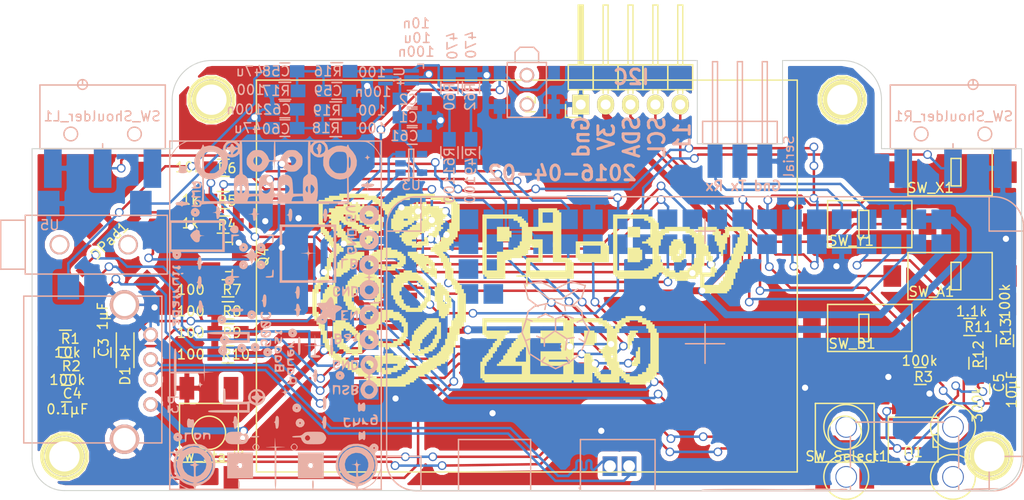
<source format=kicad_pcb>
(kicad_pcb (version 20171130) (host pcbnew "(5.1.12)-1")
  (layers (0 F.Cu signal) (31 B.Cu signal) (34 B.Paste user hide) (35 F.Paste user hide) (36 B.SilkS user hide) (37 F.SilkS user hide) (38 B.Mask user hide) (39 F.Mask user hide) (44 Edge.Cuts user))
  (net 0 "")
  (net 1 +BATT)
  (net 2 /soft_power_button/Pwr-On)
  (net 3 +2V5)
  (net 4 GND)
  (net 5 "Net-(C58-Pad1)")
  (net 6 "Net-(C58-Pad2)")
  (net 7 "Net-(C60-Pad1)")
  (net 8 "Net-(C60-Pad2)")
  (net 9 /V_usb_in)
  (net 10 /LowBatOut)
  (net 11 +5V)
  (net 12 +3V3)
  (net 13 "Net-(P2-Pad3)")
  (net 14 "Net-(P2-Pad4)")
  (net 15 "Net-(P2-Pad5)")
  (net 16 "Net-(P4-Pad2)")
  (net 17 "Net-(P4-Pad3)")
  (net 18 "Net-(Q1-Pad7)")
  (net 19 "Net-(Q1-Pad5)")
  (net 20 "Net-(Q4-Pad1)")
  (net 21 /PWM_backlight)
  (net 22 "Net-(R6-Pad1)")
  (net 23 "Net-(R7-Pad1)")
  (net 24 "Net-(R8-Pad1)")
  (net 25 "Net-(R9-Pad1)")
  (net 26 "Net-(R10-Pad1)")
  (net 27 "Net-(R16-Pad2)")
  (net 28 "Net-(R18-Pad2)")
  (net 29 "Net-(R49-Pad1)")
  (net 30 "/Rasberppy B+ audio/Aud_PWM1")
  (net 31 "Net-(R60-Pad1)")
  (net 32 "/Rasberppy B+ audio/Aud_PWM0")
  (net 33 "Net-(U1-Pad41)")
  (net 34 "Net-(U1-Pad43)")
  (net 35 "Net-(U1-Pad44)")
  (net 36 "Net-(U1-Pad42)")
  (net 37 "Net-(U1-Pad22)")
  (net 38 "Net-(U1-Pad24)")
  (net 39 /dpad_4)
  (net 40 /dpad_2)
  (net 41 /dpad_1)
  (net 42 /dpad_5)
  (net 43 /dpad_3)
  (net 44 /btn_1)
  (net 45 /btn_2)
  (net 46 /btn_5)
  (net 47 /btn_6)
  (net 48 /btn_3)
  (net 49 /btn_4)
  (net 50 /spi_2)
  (net 51 /spi_3)
  (net 52 /spi_1)
  (net 53 /btn_8)
  (net 54 /btn_7)
  (net 55 "Net-(U3-Pad4)")
  (net 56 "Net-(C3-Pad1)")
  (net 57 "Net-(C3-Pad2)")
  (net 58 "Net-(C5-Pad1)")
  (net 59 "Net-(D1-Pad2)")
  (net 60 /USB_D+)
  (net 61 /USB_D-)
  (net 62 "Net-(Q4-Pad3)")
  (net 63 Enable)
  (module Connect:1pin (layer F.Cu) (at 211 151.5)
    (fp_text reference REF** hide)
    (fp_text value 1pin)
    (pad "" thru_hole circle (at 0 0) (size 2.2 2.2) (drill 2) (layers *.Cu *.Mask))
  )
  (module Connect:1pin (layer F.Cu) (at 211 146.4)
    (fp_text reference REF** hide)
    (fp_text value 1pin)
    (pad "" thru_hole circle (at 0 0) (size 2.2 2.2) (drill 2) (layers *.Cu *.Mask))
  )
  (module Connect:1pin (layer F.Cu) (at 200.1 151.5)
    (fp_text reference REF** hide)
    (fp_text value 1pin)
    (pad "" thru_hole circle (at 0 0) (size 2.2 2.2) (drill 2) (layers *.Cu *.Mask))
  )
  (module Connect:1pin (layer F.Cu) (at 200.1 146.4)
    (fp_text reference REF** hide)
    (fp_text value 1pin)
    (pad "" thru_hole circle (at 0 0) (size 2.2 2.2) (drill 2) (layers *.Cu *.Mask))
  )
  (module 1pin (layer F.Cu) (at 199.7 113)
    (fp_text reference 1PIN hide)
    (fp_text value P*** hide)
    (pad "" thru_hole circle (at 0 0) (size 4.064 4.064) (drill 3.1) (layers *.Cu *.Mask F.SilkS))
  )
  (module 1pin (layer F.Cu) (at 135.3 113)
    (fp_text reference 1PIN hide)
    (fp_text value P*** hide)
    (pad "" thru_hole circle (at 0 0) (size 4.064 4.064) (drill 3.1) (layers *.Cu *.Mask F.SilkS))
  )
  (module 1pin (layer F.Cu) (at 120.3 149.4)
    (fp_text reference 1PIN hide)
    (fp_text value P*** hide)
    (pad "" thru_hole circle (at 0 0) (size 4.064 4.064) (drill 3.1) (layers *.Cu *.Mask F.SilkS))
  )
  (module 1pin (layer F.Cu) (at 214.7 149.4)
    (fp_text reference 1PIN hide)
    (fp_text value P*** hide)
    (pad "" thru_hole circle (at 0 0) (size 4.064 4.064) (drill 3.1) (layers *.Cu *.Mask F.SilkS))
  )
  (module Capacitors_SMD:C_0805_HandSoldering (layer B.Cu) (at 155.8 114.8)
    (fp_text reference C1 (at -0.4 0) (layer B.SilkS) (effects (justify mirror)))
    (fp_text value 10u (at 0.5 -8.1) (layer B.SilkS) (effects (justify mirror)))
    (pad 1 smd rect (at -1.25 0) (size 1.5 1.25) (layers B.Cu B.Paste B.Mask) (net 3 +2V5))
    (pad 2 smd rect (at 1.25 0) (size 1.5 1.25) (layers B.Cu B.Paste B.Mask) (net 4 GND))
  )
  (module Capacitors_SMD:C_0805_HandSoldering (layer B.Cu) (at 155.8 112.9)
    (fp_text reference C2 (at -0.4 0.1) (layer B.SilkS) (effects (justify mirror)))
    (fp_text value 10n (at 0.4 -7.7) (layer B.SilkS) (effects (justify mirror)))
    (pad 1 smd rect (at -1.25 0) (size 1.5 1.25) (layers B.Cu B.Paste B.Mask) (net 3 +2V5))
    (pad 2 smd rect (at 1.25 0) (size 1.5 1.25) (layers B.Cu B.Paste B.Mask) (net 4 GND))
  )
  (module Capacitors_SMD:C_0805_HandSoldering (layer B.Cu) (at 142.8 110.1)
    (fp_text reference C58 (at -0.9 0) (layer B.SilkS) (effects (justify mirror)))
    (fp_text value 47u (at -3.6 0) (layer B.SilkS) (effects (justify mirror)))
    (pad 1 smd rect (at -1.25 0) (size 1.5 1.25) (layers B.Cu B.Paste B.Mask) (net 5 "Net-(C58-Pad1)"))
    (pad 2 smd rect (at 1.25 0) (size 1.5 1.25) (layers B.Cu B.Paste B.Mask) (net 6 "Net-(C58-Pad2)"))
  )
  (module Capacitors_SMD:C_0805_HandSoldering (layer B.Cu) (at 148.1 112.1 180)
    (fp_text reference C59 (at 0.9 0 180) (layer B.SilkS) (effects (justify mirror)))
    (fp_text value 100n (at -3.7 -0.1 180) (layer B.SilkS) (effects (justify mirror)))
    (pad 1 smd rect (at -1.25 0 180) (size 1.5 1.25) (layers B.Cu B.Paste B.Mask) (net 4 GND))
    (pad 2 smd rect (at 1.25 0 180) (size 1.5 1.25) (layers B.Cu B.Paste B.Mask) (net 6 "Net-(C58-Pad2)"))
  )
  (module Capacitors_SMD:C_0805_HandSoldering (layer B.Cu) (at 142.8 115.9)
    (fp_text reference C60 (at -0.9 0.1) (layer B.SilkS) (effects (justify mirror)))
    (fp_text value 47u (at -3.8 0) (layer B.SilkS) (effects (justify mirror)))
    (pad 1 smd rect (at -1.25 0) (size 1.5 1.25) (layers B.Cu B.Paste B.Mask) (net 7 "Net-(C60-Pad1)"))
    (pad 2 smd rect (at 1.25 0) (size 1.5 1.25) (layers B.Cu B.Paste B.Mask) (net 8 "Net-(C60-Pad2)"))
  )
  (module Capacitors_SMD:C_0805_HandSoldering (layer B.Cu) (at 155.8 116.7 180)
    (fp_text reference C61 (at 0.8 0 180) (layer B.SilkS) (effects (justify mirror)))
    (fp_text value 100n (at -0.4 8.6 180) (layer B.SilkS) (effects (justify mirror)))
    (pad 1 smd rect (at -1.25 0 180) (size 1.5 1.25) (layers B.Cu B.Paste B.Mask) (net 4 GND))
    (pad 2 smd rect (at 1.25 0 180) (size 1.5 1.25) (layers B.Cu B.Paste B.Mask) (net 3 +2V5))
  )
  (module Capacitors_SMD:C_0805_HandSoldering (layer B.Cu) (at 142.8 114)
    (fp_text reference C62 (at -0.8 0) (layer B.SilkS) (effects (justify mirror)))
    (fp_text value 100n (at -4.1 0) (layer B.SilkS) (effects (justify mirror)))
    (pad 1 smd rect (at -1.25 0) (size 1.5 1.25) (layers B.Cu B.Paste B.Mask) (net 4 GND))
    (pad 2 smd rect (at 1.25 0) (size 1.5 1.25) (layers B.Cu B.Paste B.Mask) (net 8 "Net-(C60-Pad2)"))
  )
  (module Diodes_SMD:SOD-123 (layer F.Cu) (at 126.5 138.8 270)
    (fp_text reference D1 (at 2.4 0 90) (layer F.SilkS))
    (fp_text value D)
    (pad 1 smd rect (at -1.635 0 270) (size 0.91 1.22) (layers F.Cu F.Paste F.Mask) (net 57 "Net-(C3-Pad2)"))
    (pad 2 smd rect (at 1.635 0 270) (size 0.91 1.22) (layers F.Cu F.Paste F.Mask) (net 59 "Net-(D1-Pad2)"))
  )
  (module Pin_Headers:Pin_Header_Angled_1x05 (layer F.Cu) (at 173 113.5 90)
    (fp_text reference P2 (at 0 -5.1 90) (layer F.SilkS))
    (fp_text value I2C)
    (pad 1 thru_hole rect (at 0 0 90) (size 2.032 1.7272) (drill 1.016) (layers *.Cu *.Mask F.SilkS) (net 4 GND))
    (pad 2 thru_hole oval (at 0 2.54 90) (size 2.032 1.7272) (drill 1.016) (layers *.Cu *.Mask F.SilkS) (net 12 +3V3))
    (pad 3 thru_hole oval (at 0 5.08 90) (size 2.032 1.7272) (drill 1.016) (layers *.Cu *.Mask F.SilkS) (net 13 "Net-(P2-Pad3)"))
    (pad 4 thru_hole oval (at 0 7.62 90) (size 2.032 1.7272) (drill 1.016) (layers *.Cu *.Mask F.SilkS) (net 14 "Net-(P2-Pad4)"))
    (pad 5 thru_hole oval (at 0 10.16 90) (size 2.032 1.7272) (drill 1.016) (layers *.Cu *.Mask F.SilkS) (net 15 "Net-(P2-Pad5)"))
  )
  (module Connect:USB_A (layer B.Cu) (at 129.1 144.1 90)
    (fp_text reference P3 (at 0 2.35 90) (layer B.SilkS) (effects (justify mirror)))
    (fp_text value USB_A)
    (pad 4 thru_hole circle (at 7.11286 0.00212 180) (size 1.50114 1.50114) (drill 1.00076) (layers *.Cu *.Mask B.SilkS) (net 4 GND))
    (pad 3 thru_hole circle (at 4.57286 0.00212 180) (size 1.50114 1.50114) (drill 1.00076) (layers *.Cu *.Mask B.SilkS) (net 60 /USB_D+))
    (pad 2 thru_hole circle (at 2.54086 0.00212 180) (size 1.50114 1.50114) (drill 1.00076) (layers *.Cu *.Mask B.SilkS) (net 61 /USB_D-))
    (pad 1 thru_hole circle (at 0.00086 0.00212 180) (size 1.50114 1.50114) (drill 1.00076) (layers *.Cu *.Mask B.SilkS) (net 11 +5V))
    (pad 5 thru_hole circle (at 10.16086 -2.66488 180) (size 2.99974 2.99974) (drill 2.30124) (layers *.Cu *.Mask B.SilkS) (net 4 GND))
    (pad 5 thru_hole circle (at -3.55514 -2.66488 180) (size 2.99974 2.99974) (drill 2.30124) (layers *.Cu *.Mask B.SilkS) (net 4 GND))
  )
  (module SMD_Packages:SOIC-8-N (layer F.Cu) (at 206.935 147.7 180)
    (fp_text reference Q1 (at 0 -1.27 180) (layer F.SilkS))
    (fp_text value IRF7309IPBF)
    (pad 8 smd rect (at -1.905 -3.175 180) (size 0.508 1.143) (layers F.Cu F.Paste F.Mask) (net 56 "Net-(C3-Pad1)"))
    (pad 7 smd rect (at -0.635 -3.175 180) (size 0.508 1.143) (layers F.Cu F.Paste F.Mask) (net 18 "Net-(Q1-Pad7)"))
    (pad 6 smd rect (at 0.635 -3.175 180) (size 0.508 1.143) (layers F.Cu F.Paste F.Mask) (net 63 Enable))
    (pad 5 smd rect (at 1.905 -3.175 180) (size 0.508 1.143) (layers F.Cu F.Paste F.Mask) (net 19 "Net-(Q1-Pad5)"))
    (pad 4 smd rect (at 1.905 3.175 180) (size 0.508 1.143) (layers F.Cu F.Paste F.Mask) (net 56 "Net-(C3-Pad1)"))
    (pad 3 smd rect (at 0.635 3.175 180) (size 0.508 1.143) (layers F.Cu F.Paste F.Mask) (net 1 +BATT))
    (pad 2 smd rect (at -0.635 3.175 180) (size 0.508 1.143) (layers F.Cu F.Paste F.Mask) (net 58 "Net-(C5-Pad1)"))
    (pad 1 smd rect (at -1.905 3.175 180) (size 0.508 1.143) (layers F.Cu F.Paste F.Mask) (net 4 GND))
  )
  (module TO_SOT_Packages_SMD:SOT-23_Handsoldering (layer F.Cu) (at 136.80114 129.05 270)
    (fp_text reference Q4 (at 0 -3.81 270) (layer F.SilkS))
    (fp_text value MMBT2222)
    (pad 1 smd rect (at -0.95 1.50114 270) (size 0.8001 1.80086) (layers F.Cu F.Paste F.Mask) (net 20 "Net-(Q4-Pad1)"))
    (pad 2 smd rect (at 0.95 1.50114 270) (size 0.8001 1.80086) (layers F.Cu F.Paste F.Mask) (net 4 GND))
    (pad 3 smd rect (at 0 -1.50114 270) (size 0.8001 1.80086) (layers F.Cu F.Paste F.Mask) (net 62 "Net-(Q4-Pad3)"))
  )
  (module Resistors_SMD:R_0805_HandSoldering (layer F.Cu) (at 207.65 141.2 180)
    (fp_text reference R3 (at -0.35 -0.1 180) (layer F.SilkS))
    (fp_text value 100k (at 0.05 1.55 180) (layer F.SilkS))
    (pad 1 smd rect (at -1.35 0 180) (size 1.5 1.3) (layers F.Cu F.Paste F.Mask) (net 63 Enable))
    (pad 2 smd rect (at 1.35 0 180) (size 1.5 1.3) (layers F.Cu F.Paste F.Mask) (net 4 GND))
  )
  (module Resistors_SMD:R_0805_HandSoldering (layer F.Cu) (at 136.5 123.25 180)
    (fp_text reference R4 (at -0.4 -2.55 180) (layer F.SilkS))
    (fp_text value 1k (at 3.35 0.05 180) (layer F.SilkS))
    (pad 1 smd rect (at -1.35 0 180) (size 1.5 1.3) (layers F.Cu F.Paste F.Mask) (net 21 /PWM_backlight))
    (pad 2 smd rect (at 1.35 0 180) (size 1.5 1.3) (layers F.Cu F.Paste F.Mask) (net 12 +3V3))
  )
  (module Resistors_SMD:R_0805_HandSoldering (layer F.Cu) (at 136.5 125.75)
    (fp_text reference R5 (at 0.4 -2.45) (layer F.SilkS))
    (fp_text value 1k (at -3.35 -0.125) (layer F.SilkS))
    (pad 1 smd rect (at -1.35 0) (size 1.5 1.3) (layers F.Cu F.Paste F.Mask) (net 20 "Net-(Q4-Pad1)"))
    (pad 2 smd rect (at 1.35 0) (size 1.5 1.3) (layers F.Cu F.Paste F.Mask) (net 21 /PWM_backlight))
  )
  (module Resistors_SMD:R_0805_HandSoldering (layer F.Cu) (at 136.525 119.95 180)
    (fp_text reference R6 (at -0.375 -0.05 180) (layer F.SilkS))
    (fp_text value 10k (at 3.575 0.05 180) (layer F.SilkS))
    (pad 1 smd rect (at -1.35 0 180) (size 1.5 1.3) (layers F.Cu F.Paste F.Mask) (net 22 "Net-(R6-Pad1)"))
    (pad 2 smd rect (at 1.35 0 180) (size 1.5 1.3) (layers F.Cu F.Paste F.Mask) (net 12 +3V3))
  )
  (module Resistors_SMD:R_0805_HandSoldering (layer F.Cu) (at 137 132.25 180)
    (fp_text reference R7 (at -0.4 -0.15 180) (layer F.SilkS))
    (fp_text value 100 (at 3.8 -0.15 180) (layer F.SilkS))
    (pad 1 smd rect (at -1.35 0 180) (size 1.5 1.3) (layers F.Cu F.Paste F.Mask) (net 23 "Net-(R7-Pad1)"))
    (pad 2 smd rect (at 1.35 0 180) (size 1.5 1.3) (layers F.Cu F.Paste F.Mask) (net 62 "Net-(Q4-Pad3)"))
  )
  (module Resistors_SMD:R_0805_HandSoldering (layer F.Cu) (at 137 134.5 180)
    (fp_text reference R8 (at -0.4 -0.1 180) (layer F.SilkS))
    (fp_text value 100 (at 3.8 -0.1 180) (layer F.SilkS))
    (pad 1 smd rect (at -1.35 0 180) (size 1.5 1.3) (layers F.Cu F.Paste F.Mask) (net 24 "Net-(R8-Pad1)"))
    (pad 2 smd rect (at 1.35 0 180) (size 1.5 1.3) (layers F.Cu F.Paste F.Mask) (net 62 "Net-(Q4-Pad3)"))
  )
  (module Resistors_SMD:R_0805_HandSoldering (layer F.Cu) (at 137 136.75 180)
    (fp_text reference R9 (at -0.4 -0.05 180) (layer F.SilkS))
    (fp_text value 100 (at 3.8 -0.05 180) (layer F.SilkS))
    (pad 1 smd rect (at -1.35 0 180) (size 1.5 1.3) (layers F.Cu F.Paste F.Mask) (net 25 "Net-(R9-Pad1)"))
    (pad 2 smd rect (at 1.35 0 180) (size 1.5 1.3) (layers F.Cu F.Paste F.Mask) (net 62 "Net-(Q4-Pad3)"))
  )
  (module Resistors_SMD:R_0805_HandSoldering (layer F.Cu) (at 137 139 180)
    (fp_text reference R10 (at -0.8 0 180) (layer F.SilkS))
    (fp_text value 100 (at 3.8 0 180) (layer F.SilkS))
    (pad 1 smd rect (at -1.35 0 180) (size 1.5 1.3) (layers F.Cu F.Paste F.Mask) (net 26 "Net-(R10-Pad1)"))
    (pad 2 smd rect (at 1.35 0 180) (size 1.5 1.3) (layers F.Cu F.Paste F.Mask) (net 62 "Net-(Q4-Pad3)"))
  )
  (module Resistors_SMD:R_0805_HandSoldering (layer B.Cu) (at 148.1 110.1)
    (fp_text reference R16 (at -0.9 0) (layer B.SilkS) (effects (justify mirror)))
    (fp_text value 100 (at 3.6 0.1) (layer B.SilkS) (effects (justify mirror)))
    (pad 1 smd rect (at -1.35 0) (size 1.5 1.3) (layers B.Cu B.Paste B.Mask) (net 6 "Net-(C58-Pad2)"))
    (pad 2 smd rect (at 1.35 0) (size 1.5 1.3) (layers B.Cu B.Paste B.Mask) (net 27 "Net-(R16-Pad2)"))
  )
  (module Resistors_SMD:R_0805_HandSoldering (layer B.Cu) (at 142.8 112.1 180)
    (fp_text reference R17 (at 0.9 0 180) (layer B.SilkS) (effects (justify mirror)))
    (fp_text value 100 (at 3.5 0.1 180) (layer B.SilkS) (effects (justify mirror)))
    (pad 1 smd rect (at -1.35 0 180) (size 1.5 1.3) (layers B.Cu B.Paste B.Mask) (net 6 "Net-(C58-Pad2)"))
    (pad 2 smd rect (at 1.35 0 180) (size 1.5 1.3) (layers B.Cu B.Paste B.Mask) (net 4 GND))
  )
  (module Resistors_SMD:R_0805_HandSoldering (layer B.Cu) (at 148 115.9)
    (fp_text reference R18 (at -1 0) (layer B.SilkS) (effects (justify mirror)))
    (fp_text value 100 (at 3.7 0) (layer B.SilkS) (effects (justify mirror)))
    (pad 1 smd rect (at -1.35 0) (size 1.5 1.3) (layers B.Cu B.Paste B.Mask) (net 8 "Net-(C60-Pad2)"))
    (pad 2 smd rect (at 1.35 0) (size 1.5 1.3) (layers B.Cu B.Paste B.Mask) (net 28 "Net-(R18-Pad2)"))
  )
  (module Resistors_SMD:R_0805_HandSoldering (layer B.Cu) (at 148 114.1)
    (fp_text reference R19 (at -0.9 0) (layer B.SilkS) (effects (justify mirror)))
    (fp_text value 100 (at 3.7 0) (layer B.SilkS) (effects (justify mirror)))
    (pad 1 smd rect (at -1.35 0) (size 1.5 1.3) (layers B.Cu B.Paste B.Mask) (net 8 "Net-(C60-Pad2)"))
    (pad 2 smd rect (at 1.35 0) (size 1.5 1.3) (layers B.Cu B.Paste B.Mask) (net 4 GND))
  )
  (module Resistors_SMD:R_0805_HandSoldering (layer B.Cu) (at 161.8 118.4 270)
    (fp_text reference R49 (at 0.9 0 270) (layer B.SilkS) (effects (justify mirror)))
    (fp_text value 100 (at 3.8 0.1 270) (layer B.SilkS) (effects (justify mirror)))
    (pad 1 smd rect (at -1.35 0 270) (size 1.5 1.3) (layers B.Cu B.Paste B.Mask) (net 29 "Net-(R49-Pad1)"))
    (pad 2 smd rect (at 1.35 0 270) (size 1.5 1.3) (layers B.Cu B.Paste B.Mask) (net 30 "/Rasberppy B+ audio/Aud_PWM1"))
  )
  (module Resistors_SMD:R_0805_HandSoldering (layer B.Cu) (at 159.6 111.8 90)
    (fp_text reference R60 (at -0.9 0 270) (layer B.SilkS) (effects (justify mirror)))
    (fp_text value 470 (at 4.3 0.3 90) (layer B.SilkS) (effects (justify mirror)))
    (pad 1 smd rect (at -1.35 0 90) (size 1.5 1.3) (layers B.Cu B.Paste B.Mask) (net 31 "Net-(R60-Pad1)"))
    (pad 2 smd rect (at 1.35 0 90) (size 1.5 1.3) (layers B.Cu B.Paste B.Mask) (net 4 GND))
  )
  (module Resistors_SMD:R_0805_HandSoldering (layer B.Cu) (at 159.6 118.4 270)
    (fp_text reference R61 (at 0.9 0 270) (layer B.SilkS) (effects (justify mirror)))
    (fp_text value 100 (at 3.8 0 270) (layer B.SilkS) (effects (justify mirror)))
    (pad 1 smd rect (at -1.35 0 270) (size 1.5 1.3) (layers B.Cu B.Paste B.Mask) (net 31 "Net-(R60-Pad1)"))
    (pad 2 smd rect (at 1.35 0 270) (size 1.5 1.3) (layers B.Cu B.Paste B.Mask) (net 32 "/Rasberppy B+ audio/Aud_PWM0"))
  )
  (module Resistors_SMD:R_0805_HandSoldering (layer B.Cu) (at 161.8 111.8 90)
    (fp_text reference R62 (at -0.9 -0.1 270) (layer B.SilkS) (effects (justify mirror)))
    (fp_text value 470 (at 4.4 0 90) (layer B.SilkS) (effects (justify mirror)))
    (pad 1 smd rect (at -1.35 0 90) (size 1.5 1.3) (layers B.Cu B.Paste B.Mask) (net 29 "Net-(R49-Pad1)"))
    (pad 2 smd rect (at 1.35 0 90) (size 1.5 1.3) (layers B.Cu B.Paste B.Mask) (net 4 GND))
  )
  (module TO_SOT_Packages_SMD:SC-70-6_Handsoldering (layer B.Cu) (at 154.4 110.7 270)
    (fp_text reference U4 (at -0.1 -0.1 270) (layer B.SilkS) (effects (justify mirror)))
    (fp_text value NC7WZ16_Dual_Buffer)
    (pad 1 smd rect (at -0.65024 -1.33096 270) (size 0.39878 1.50114) (layers B.Cu B.Paste B.Mask) (net 29 "Net-(R49-Pad1)"))
    (pad 2 smd rect (at 0 -1.33096 270) (size 0.39878 1.50114) (layers B.Cu B.Paste B.Mask) (net 4 GND))
    (pad 3 smd rect (at 0.65024 -1.33096 270) (size 0.39878 1.50114) (layers B.Cu B.Paste B.Mask) (net 31 "Net-(R60-Pad1)"))
    (pad 4 smd rect (at 0.65024 1.33096 270) (size 0.39878 1.50114) (layers B.Cu B.Paste B.Mask) (net 28 "Net-(R18-Pad2)"))
    (pad 5 smd rect (at 0 1.33096 270) (size 0.39878 1.50114) (layers B.Cu B.Paste B.Mask) (net 3 +2V5))
    (pad 6 smd rect (at -0.65024 1.33096 270) (size 0.39878 1.50114) (layers B.Cu B.Paste B.Mask) (net 27 "Net-(R16-Pad2)"))
  )
  (module components:TM022HDH26 (layer F.Cu) (at 167.5 131)
    (fp_text reference U2 hide)
    (fp_text value 2.2_tft_ili9340 hide)
    (pad 1 smd rect (at -13.4 -5.2) (size 4.4 0.6) (layers F.Cu F.Paste F.Mask) (net 4 GND))
    (pad 2 smd rect (at -13.4 -4.4) (size 4.4 0.6) (layers F.Cu F.Paste F.Mask) (net 22 "Net-(R6-Pad1)"))
    (pad 3 smd rect (at -13.4 -3.6) (size 4.4 0.6) (layers F.Cu F.Paste F.Mask) (net 52 /spi_1))
    (pad 4 smd rect (at -13.4 -2.8) (size 4.4 0.6) (layers F.Cu F.Paste F.Mask) (net 37 "Net-(U1-Pad22)"))
    (pad 5 smd rect (at -13.4 -2) (size 4.4 0.6) (layers F.Cu F.Paste F.Mask) (net 38 "Net-(U1-Pad24)"))
    (pad 6 smd rect (at -13.4 -1.2) (size 4.4 0.6) (layers F.Cu F.Paste F.Mask) (net 50 /spi_2))
    (pad 7 smd rect (at -13.4 -0.4) (size 4.4 0.6) (layers F.Cu F.Paste F.Mask) (net 51 /spi_3))
    (pad 8 smd rect (at -13.4 0.4) (size 4.4 0.6) (layers F.Cu F.Paste F.Mask) (net 4 GND))
    (pad 9 smd rect (at -13.4 1.2) (size 4.4 0.6) (layers F.Cu F.Paste F.Mask) (net 12 +3V3))
    (pad 10 smd rect (at -13.4 2) (size 4.4 0.6) (layers F.Cu F.Paste F.Mask) (net 11 +5V))
    (pad 11 smd rect (at -13.4 2.8) (size 4.4 0.6) (layers F.Cu F.Paste F.Mask) (net 23 "Net-(R7-Pad1)"))
    (pad 12 smd rect (at -13.4 3.6) (size 4.4 0.6) (layers F.Cu F.Paste F.Mask) (net 24 "Net-(R8-Pad1)"))
    (pad 13 smd rect (at -13.4 4.4) (size 4.4 0.6) (layers F.Cu F.Paste F.Mask) (net 25 "Net-(R9-Pad1)"))
    (pad 14 smd rect (at -13.4 5.2) (size 4.4 0.6) (layers F.Cu F.Paste F.Mask) (net 26 "Net-(R10-Pad1)"))
  )
  (module switches:btn_1571262-1 (layer B.Cu) (at 167.5 112 90)
    (fp_text reference SW1 hide)
    (fp_text value SW_PUSH)
    (pad 2 smd rect (at 1.7 -2.775 90) (size 1.5 1.2) (layers B.Cu B.Paste B.Mask) (net 57 "Net-(C3-Pad2)"))
    (pad 1 smd rect (at -1.7 -2.775 90) (size 1.5 1.2) (layers B.Cu B.Paste B.Mask) (net 4 GND))
    (pad 1 smd rect (at -1.7 2.775 90) (size 1.5 1.2) (layers B.Cu B.Paste B.Mask) (net 4 GND))
    (pad 2 smd rect (at 1.7 2.775 90) (size 1.5 1.2) (layers B.Cu B.Paste B.Mask) (net 57 "Net-(C3-Pad2)"))
    (pad "" thru_hole circle (at -1.5 0 90) (size 1.5 1.5) (drill 1.1) (layers *.Cu *.Mask B.SilkS))
    (pad "" thru_hole circle (at 1.5 0 90) (size 1.5 1.5) (drill 1.1) (layers *.Cu *.Mask B.SilkS))
  )
  (module components:audio_smd_SJ-3523-SMT-TR (layer B.Cu) (at 116.3 127.8)
    (fp_text reference U5 (at 2.5 -2) (layer B.SilkS) (effects (justify mirror)))
    (fp_text value audio_jack)
    (pad "" thru_hole circle (at 3.5 0) (size 2 2) (drill 1.6) (layers *.Cu *.Mask B.SilkS))
    (pad "" thru_hole circle (at 10.5 0) (size 2 2) (drill 1.6) (layers *.Cu *.Mask B.SilkS))
    (pad 1 smd rect (at 2.4 -4.2) (size 2.2 2.6) (layers B.Cu B.Paste B.Mask) (net 4 GND))
    (pad 2 smd rect (at 11.8 -4.2) (size 2.2 2.6) (layers B.Cu B.Paste B.Mask) (net 7 "Net-(C60-Pad1)"))
    (pad 3 smd rect (at 4.4 4.3) (size 2.2 2.6) (layers B.Cu B.Paste B.Mask) (net 5 "Net-(C58-Pad1)"))
  )
  (module TO_SOT_Packages_SMD:SOT-23-5 (layer B.Cu) (at 155.7 119.5)
    (fp_text reference U3 (at 0 2.2 180) (layer B.SilkS) (effects (justify mirror)))
    (fp_text value Regulator_LP2980)
    (pad 1 smd rect (at -1.1 0.95) (size 1.06 0.65) (layers B.Cu B.Paste B.Mask) (net 11 +5V))
    (pad 2 smd rect (at -1.1 0) (size 1.06 0.65) (layers B.Cu B.Paste B.Mask) (net 4 GND))
    (pad 3 smd rect (at -1.1 -0.95) (size 1.06 0.65) (layers B.Cu B.Paste B.Mask) (net 11 +5V))
    (pad 4 smd rect (at 1.1 -0.95) (size 1.06 0.65) (layers B.Cu B.Paste B.Mask) (net 55 "Net-(U3-Pad4)"))
    (pad 5 smd rect (at 1.1 0.95) (size 1.06 0.65) (layers B.Cu B.Paste B.Mask) (net 3 +2V5))
  )
  (module components:1x3_smd_pinheader (layer B.Cu) (at 189.25 117.5 90)
    (fp_text reference P4 hide)
    (fp_text value Serial (at -1.3 5 90) (layer B.SilkS) (effects (justify mirror)))
    (pad 1 smd rect (at -1.778 2.54 90) (size 3.4 1.524) (layers B.Cu B.Paste B.Mask) (net 4 GND))
    (pad 2 smd rect (at -1.778 0 90) (size 3.4 1.524) (layers B.Cu B.Paste B.Mask) (net 16 "Net-(P4-Pad2)"))
    (pad 3 smd rect (at -1.778 -2.54 90) (size 3.4 1.524) (layers B.Cu B.Paste B.Mask) (net 17 "Net-(P4-Pad3)"))
  )
  (module switches:Omron_D2FS_FTN_mirror (layer B.Cu) (at 121 118 180)
    (fp_text reference SW_Shoulder_L1 (at -3.15 3.3 180) (layer B.SilkS) (effects (justify mirror)))
    (fp_text value SW_PUSH)
    (pad 1 smd rect (at 1.88 -2) (size 1.8 4) (layers B.Cu B.Paste B.Mask) (net 4 GND))
    (pad 2 smd rect (at -3.2 -2) (size 1.8 4) (layers B.Cu B.Paste B.Mask) (net 46 /btn_5))
    (pad 3 smd rect (at -8.28 -2) (size 1.8 4) (layers B.Cu B.Paste B.Mask))
  )
  (module Capacitors_SMD:C_0805_HandSoldering (layer F.Cu) (at 124.2 138.8 90)
    (fp_text reference C3 (at 0.5 0.1 270) (layer F.SilkS))
    (fp_text value 1µF (at 3.7 0 270) (layer F.SilkS))
    (pad 1 smd rect (at -1.25 0 90) (size 1.5 1.25) (layers F.Cu F.Paste F.Mask) (net 56 "Net-(C3-Pad1)"))
    (pad 2 smd rect (at 1.25 0 90) (size 1.5 1.25) (layers F.Cu F.Paste F.Mask) (net 57 "Net-(C3-Pad2)"))
  )
  (module Capacitors_SMD:C_0805_HandSoldering (layer F.Cu) (at 120.5 143 180)
    (fp_text reference C4 (at -0.6 0 180) (layer F.SilkS))
    (fp_text value 0.1µF (at -0.1 -1.6 180) (layer F.SilkS))
    (pad 1 smd rect (at -1.25 0 180) (size 1.5 1.25) (layers F.Cu F.Paste F.Mask) (net 56 "Net-(C3-Pad1)"))
    (pad 2 smd rect (at 1.25 0 180) (size 1.5 1.25) (layers F.Cu F.Paste F.Mask) (net 1 +BATT))
  )
  (module Capacitors_SMD:C_0805_HandSoldering (layer F.Cu) (at 215.6 142.5 270)
    (fp_text reference C5 (at -0.6 -0.1 270) (layer F.SilkS))
    (fp_text value 10µF (at 0.1 -1.4 270) (layer F.SilkS))
    (pad 1 smd rect (at -1.25 0 270) (size 1.5 1.25) (layers F.Cu F.Paste F.Mask) (net 58 "Net-(C5-Pad1)"))
    (pad 2 smd rect (at 1.25 0 270) (size 1.5 1.25) (layers F.Cu F.Paste F.Mask) (net 63 Enable))
  )
  (module Resistors_SMD:R_0805_HandSoldering (layer F.Cu) (at 120.4 137.4 180)
    (fp_text reference R1 (at -0.5 0 180) (layer F.SilkS))
    (fp_text value 10k (at -0.2 -1.4 180) (layer F.SilkS))
    (pad 1 smd rect (at -1.35 0 180) (size 1.5 1.3) (layers F.Cu F.Paste F.Mask) (net 57 "Net-(C3-Pad2)"))
    (pad 2 smd rect (at 1.35 0 180) (size 1.5 1.3) (layers F.Cu F.Paste F.Mask) (net 1 +BATT))
  )
  (module Resistors_SMD:R_0805_HandSoldering (layer F.Cu) (at 120.5 140.2 180)
    (fp_text reference R2 (at -0.5 0 180) (layer F.SilkS))
    (fp_text value 100k (at -0.1 -1.4 180) (layer F.SilkS))
    (pad 1 smd rect (at -1.35 0 180) (size 1.5 1.3) (layers F.Cu F.Paste F.Mask) (net 56 "Net-(C3-Pad1)"))
    (pad 2 smd rect (at 1.35 0 180) (size 1.5 1.3) (layers F.Cu F.Paste F.Mask) (net 1 +BATT))
  )
  (module Resistors_SMD:R_0805_HandSoldering (layer F.Cu) (at 212.7 136.2)
    (fp_text reference R11 (at 0.9 0) (layer F.SilkS))
    (fp_text value 1.1k (at 0.2 -1.6) (layer F.SilkS))
    (pad 1 smd rect (at -1.35 0) (size 1.5 1.3) (layers F.Cu F.Paste F.Mask) (net 2 /soft_power_button/Pwr-On))
    (pad 2 smd rect (at 1.35 0) (size 1.5 1.3) (layers F.Cu F.Paste F.Mask) (net 59 "Net-(D1-Pad2)"))
  )
  (module Resistors_SMD:R_0805_HandSoldering (layer F.Cu) (at 213.5 139.9 270)
    (fp_text reference R12 (at -0.9 -0.1 270) (layer F.SilkS))
    (fp_text value 300k (at 4.2 0 270) (layer F.SilkS))
    (pad 1 smd rect (at -1.35 0 270) (size 1.5 1.3) (layers F.Cu F.Paste F.Mask) (net 59 "Net-(D1-Pad2)"))
    (pad 2 smd rect (at 1.35 0 270) (size 1.5 1.3) (layers F.Cu F.Paste F.Mask) (net 58 "Net-(C5-Pad1)"))
  )
  (module Resistors_SMD:R_0805_HandSoldering (layer F.Cu) (at 216.3 137.6 270)
    (fp_text reference R13 (at -0.9 -0.1 270) (layer F.SilkS))
    (fp_text value 100k (at -4 0 270) (layer F.SilkS))
    (pad 1 smd rect (at -1.35 0 270) (size 1.5 1.3) (layers F.Cu F.Paste F.Mask) (net 59 "Net-(D1-Pad2)"))
    (pad 2 smd rect (at 1.35 0 270) (size 1.5 1.3) (layers F.Cu F.Paste F.Mask) (net 63 Enable))
  )
  (module components:raspberry-zero (layer B.Cu) (at 186.94 137.91 180)
    (fp_text reference U1 hide)
    (fp_text value gpio-header_zero hide)
    (pad 2 smd rect (at -22.86 12.7 180) (size 2 2) (layers B.Cu B.Paste B.Mask) (net 11 +5V))
    (pad 1 smd rect (at -22.86 10.16 180) (size 2 2) (layers B.Cu B.Paste B.Mask) (net 12 +3V3))
    (pad 3 smd rect (at -20.32 10.16 180) (size 2 2) (layers B.Cu B.Paste B.Mask) (net 13 "Net-(P2-Pad3)"))
    (pad 5 smd rect (at -17.78 10.16 180) (size 2 2) (layers B.Cu B.Paste B.Mask) (net 14 "Net-(P2-Pad4)"))
    (pad 7 smd rect (at -15.24 10.16 180) (size 2 2) (layers B.Cu B.Paste B.Mask) (net 2 /soft_power_button/Pwr-On))
    (pad 9 smd rect (at -12.7 10.16 180) (size 2 2) (layers B.Cu B.Paste B.Mask) (net 4 GND))
    (pad 11 smd rect (at -10.16 10.16 180) (size 2 2) (layers B.Cu B.Paste B.Mask) (net 15 "Net-(P2-Pad5)"))
    (pad 13 smd rect (at -7.62 10.16 180) (size 2 2) (layers B.Cu B.Paste B.Mask) (net 44 /btn_1))
    (pad 15 smd rect (at -5.08 10.16 180) (size 2 2) (layers B.Cu B.Paste B.Mask) (net 45 /btn_2))
    (pad 17 smd rect (at -2.54 10.16 180) (size 2 2) (layers B.Cu B.Paste B.Mask) (net 12 +3V3))
    (pad 19 smd rect (at 0 10.16 180) (size 2 2) (layers B.Cu B.Paste B.Mask) (net 50 /spi_2))
    (pad 21 smd rect (at 2.54 10.16 180) (size 2 2) (layers B.Cu B.Paste B.Mask) (net 51 /spi_3))
    (pad 23 smd rect (at 5.08 10.16 180) (size 2 2) (layers B.Cu B.Paste B.Mask) (net 52 /spi_1))
    (pad 25 smd rect (at 7.62 10.16 180) (size 2 2) (layers B.Cu B.Paste B.Mask) (net 4 GND))
    (pad 27 smd rect (at 10.16 10.16 180) (size 2 2) (layers B.Cu B.Paste B.Mask) (net 10 /LowBatOut))
    (pad 29 smd rect (at 12.7 10.16 180) (size 2 2) (layers B.Cu B.Paste B.Mask) (net 43 /dpad_3))
    (pad 31 smd rect (at 15.24 10.16 180) (size 2 2) (layers B.Cu B.Paste B.Mask) (net 41 /dpad_1))
    (pad 33 smd rect (at 17.78 10.16 180) (size 2 2) (layers B.Cu B.Paste B.Mask) (net 30 "/Rasberppy B+ audio/Aud_PWM1"))
    (pad 35 smd rect (at 20.32 10.16 180) (size 2 2) (layers B.Cu B.Paste B.Mask) (net 42 /dpad_5))
    (pad 37 smd rect (at 22.86 10.16 180) (size 2 2) (layers B.Cu B.Paste B.Mask) (net 53 /btn_8))
    (pad 39 smd rect (at 25.4 10.16 180) (size 2 2) (layers B.Cu B.Paste B.Mask) (net 4 GND))
    (pad 41 smd rect (at 22.86 7.62 180) (size 2 2) (layers B.Cu B.Paste B.Mask) (net 33 "Net-(U1-Pad41)"))
    (pad 43 smd rect (at 22.86 5.08 180) (size 2 2) (layers B.Cu B.Paste B.Mask) (net 34 "Net-(U1-Pad43)"))
    (pad 44 smd rect (at 25.4 5.08 180) (size 2 2) (layers B.Cu B.Paste B.Mask) (net 35 "Net-(U1-Pad44)"))
    (pad 42 smd rect (at 25.4 7.62 180) (size 2 2) (layers B.Cu B.Paste B.Mask) (net 36 "Net-(U1-Pad42)"))
    (pad 4 smd rect (at -20.32 12.7 180) (size 2 2) (layers B.Cu B.Paste B.Mask) (net 11 +5V))
    (pad 6 smd rect (at -17.78 12.7 180) (size 2 2) (layers B.Cu B.Paste B.Mask) (net 4 GND))
    (pad 8 smd rect (at -15.24 12.7 180) (size 2 2) (layers B.Cu B.Paste B.Mask) (net 16 "Net-(P4-Pad2)"))
    (pad 10 smd rect (at -12.7 12.7 180) (size 2 2) (layers B.Cu B.Paste B.Mask) (net 17 "Net-(P4-Pad3)"))
    (pad 12 smd rect (at -10.16 12.7 180) (size 2 2) (layers B.Cu B.Paste B.Mask) (net 32 "/Rasberppy B+ audio/Aud_PWM0"))
    (pad 14 smd rect (at -7.62 12.7 180) (size 2 2) (layers B.Cu B.Paste B.Mask) (net 4 GND))
    (pad 16 smd rect (at -5.08 12.7 180) (size 2 2) (layers B.Cu B.Paste B.Mask) (net 48 /btn_3))
    (pad 18 smd rect (at -2.54 12.7 180) (size 2 2) (layers B.Cu B.Paste B.Mask) (net 49 /btn_4))
    (pad 20 smd rect (at 0 12.7 180) (size 2 2) (layers B.Cu B.Paste B.Mask) (net 4 GND))
    (pad 22 smd rect (at 2.54 12.7 180) (size 2 2) (layers B.Cu B.Paste B.Mask) (net 37 "Net-(U1-Pad22)"))
    (pad 24 smd rect (at 5.08 12.7 180) (size 2 2) (layers B.Cu B.Paste B.Mask) (net 38 "Net-(U1-Pad24)"))
    (pad 26 smd rect (at 7.62 12.7 180) (size 2 2) (layers B.Cu B.Paste B.Mask) (net 47 /btn_6))
    (pad 28 smd rect (at 10.16 12.7 180) (size 2 2) (layers B.Cu B.Paste B.Mask) (net 21 /PWM_backlight))
    (pad 30 smd rect (at 12.7 12.7 180) (size 2 2) (layers B.Cu B.Paste B.Mask) (net 4 GND))
    (pad 32 smd rect (at 15.24 12.7 180) (size 2 2) (layers B.Cu B.Paste B.Mask) (net 40 /dpad_2))
    (pad 36 smd rect (at 20.32 12.7 180) (size 2 2) (layers B.Cu B.Paste B.Mask) (net 46 /btn_5))
    (pad 34 smd rect (at 17.78 12.7 180) (size 2 2) (layers B.Cu B.Paste B.Mask) (net 4 GND))
    (pad 38 smd rect (at 22.86 12.7 180) (size 2 2) (layers B.Cu B.Paste B.Mask) (net 39 /dpad_4))
    (pad 40 smd rect (at 25.4 12.7 180) (size 2 2) (layers B.Cu B.Paste B.Mask) (net 54 /btn_7))
    (pad 45 thru_hole rect (at 9 -12.5 180) (size 1.5 2) (drill 1.2) (layers *.Cu *.Mask) (net 61 /USB_D-))
    (pad 46 thru_hole rect (at 10.95 -12.5 180) (size 1.5 2) (drill 1.2) (layers *.Cu *.Mask) (net 60 /USB_D+))
  )
  (module switches:Omron_D2LS_21_woKeyHoles (layer F.Cu) (at 210.7 131 180)
    (fp_text reference SW_A1 (at 1.9 -1.6 180) (layer F.SilkS))
    (fp_text value SW_PUSH)
    (pad 1 smd rect (at -5.9 0 180) (size 1.8 2.2) (layers F.Cu F.Paste F.Mask) (net 4 GND))
    (pad 2 smd rect (at 5.9 0 180) (size 1.8 2.2) (layers F.Cu F.Paste F.Mask) (net 44 /btn_1))
  )
  (module switches:Omron_D2LS_21_woKeyHoles (layer F.Cu) (at 202.5 136.3)
    (fp_text reference SW_B1 (at -1.8 1.6) (layer F.SilkS))
    (fp_text value SW_PUSH)
    (pad 1 smd rect (at -5.9 0) (size 1.8 2.2) (layers F.Cu F.Paste F.Mask) (net 4 GND))
    (pad 2 smd rect (at 5.9 0) (size 1.8 2.2) (layers F.Cu F.Paste F.Mask) (net 45 /btn_2))
  )
  (module switches:Omron_D2LS_21_woKeyHoles (layer F.Cu) (at 210.7 120.4 180)
    (fp_text reference SW_X1 (at 2 -1.6 180) (layer F.SilkS))
    (fp_text value SW_PUSH)
    (pad 1 smd rect (at -5.9 0 180) (size 1.8 2.2) (layers F.Cu F.Paste F.Mask) (net 4 GND))
    (pad 2 smd rect (at 5.9 0 180) (size 1.8 2.2) (layers F.Cu F.Paste F.Mask) (net 48 /btn_3))
  )
  (module switches:Omron_D2LS_21_woKeyHoles (layer F.Cu) (at 202.5 125.7)
    (fp_text reference SW_Y1 (at -1.9 1.7) (layer F.SilkS))
    (fp_text value SW_PUSH)
    (pad 1 smd rect (at -5.9 0) (size 1.8 2.2) (layers F.Cu F.Paste F.Mask) (net 4 GND))
    (pad 2 smd rect (at 5.9 0) (size 1.8 2.2) (layers F.Cu F.Paste F.Mask) (net 49 /btn_4))
  )
  (module components:Powerboost500c (layer B.Cu) (at 143.75 135 90)
    (fp_text reference P1 hide)
    (fp_text value "PowerBoost 500c" hide)
    (pad 1 smd rect (at -7.62 7.62 90) (size 2 2) (layers B.Cu B.Paste B.Mask) (net 9 /V_usb_in))
    (pad 2 smd rect (at -5.08 7.62 90) (size 2 2) (layers B.Cu B.Paste B.Mask) (net 4 GND))
    (pad 3 smd rect (at -2.54 7.62 90) (size 2 2) (layers B.Cu B.Paste B.Mask) (net 1 +BATT))
    (pad 4 smd rect (at 0 7.62 90) (size 2 2) (layers B.Cu B.Paste B.Mask) (net 63 Enable))
    (pad 5 smd rect (at 2.54 7.62 90) (size 2 2) (layers B.Cu B.Paste B.Mask) (net 4 GND))
    (pad 6 smd rect (at 5.08 7.62 90) (size 2 2) (layers B.Cu B.Paste B.Mask) (net 10 /LowBatOut))
    (pad 7 smd rect (at 7.62 7.62 90) (size 2 2) (layers B.Cu B.Paste B.Mask) (net 4 GND))
    (pad 8 smd rect (at 10.16 7.62 90) (size 2 2) (layers B.Cu B.Paste B.Mask) (net 11 +5V))
    (pad "" smd circle (at -15.24 6.35 90) (size 4 4) (layers B.Cu B.Paste B.Mask))
    (pad "" smd circle (at -15.24 -10.16 90) (size 4 4) (layers B.Cu B.Paste B.Mask))
  )
  (module switches:SKRHAAE010 (layer F.Cu) (at 125.8 128.8 45)
    (fp_text reference DPad1 (at 0.353553 -1.626346 45) (layer F.SilkS))
    (fp_text value SKRHAAE010 hide)
    (pad "" smd rect (at 0 4.05 45) (size 2 1.8) (layers F.Cu F.Paste F.Mask))
    (pad 6 smd rect (at 3.575 1.425 45) (size 1.35 1) (layers F.Cu F.Paste F.Mask) (net 39 /dpad_4))
    (pad 5 smd rect (at 3.575 0 45) (size 1.35 1) (layers F.Cu F.Paste F.Mask) (net 4 GND))
    (pad 4 smd rect (at 3.575 -1.425 45) (size 1.35 1) (layers F.Cu F.Paste F.Mask) (net 40 /dpad_2))
    (pad 1 smd rect (at -3.575 -1.425 45) (size 1.35 1) (layers F.Cu F.Paste F.Mask) (net 42 /dpad_5))
    (pad 2 smd rect (at -3.575 0 45) (size 1.35 1) (layers F.Cu F.Paste F.Mask) (net 41 /dpad_1))
    (pad 3 smd rect (at -3.575 1.425 45) (size 1.35 1) (layers F.Cu F.Paste F.Mask) (net 43 /dpad_3))
    (pad "" smd rect (at 0 -4.05 45) (size 2 1.8) (layers F.Cu F.Paste F.Mask))
  )
  (module switches:Omron_D2FS_FTN (layer B.Cu) (at 211 118 180)
    (fp_text reference SW_Shoulder_R1 (at -0.05 3.3 180) (layer B.SilkS) (effects (justify mirror)))
    (fp_text value SW_PUSH)
    (pad 1 smd rect (at -5.08 -2 180) (size 1.8 4) (layers B.Cu B.Paste B.Mask) (net 4 GND))
    (pad 2 smd rect (at 0 -2 180) (size 1.8 4) (layers B.Cu B.Paste B.Mask) (net 47 /btn_6))
    (pad 3 smd rect (at 5.08 -2 180) (size 1.8 4) (layers B.Cu B.Paste B.Mask))
  )
  (module components:Logo (layer F.Cu) (at 167.5 133.1)
    (fp_text reference G*** hide)
    (fp_text value LOGO hide)
  )
  (module switches:smd_push_button (layer F.Cu) (at 135.05 147)
    (fp_text reference SW_Start1 (at 0.2 2.4) (layer F.SilkS))
    (fp_text value SW_PUSH)
    (pad 1 smd rect (at -2.25 -4.55) (size 1.5 2.3) (layers F.Cu F.Paste F.Mask) (net 4 GND))
    (pad 2 smd rect (at 2.25 -4.55) (size 1.5 2.3) (layers F.Cu F.Paste F.Mask) (net 54 /btn_7))
    (pad 1 smd rect (at -2.25 4.55) (size 1.5 2.3) (layers F.Cu F.Paste F.Mask) (net 4 GND))
    (pad 2 smd rect (at 2.25 4.55) (size 1.5 2.3) (layers F.Cu F.Paste F.Mask) (net 54 /btn_7))
  )
  (module switches:smd_push_button (layer F.Cu) (at 199.95 147)
    (fp_text reference SW_Select1 (at 0.2 2.4) (layer F.SilkS))
    (fp_text value SW_PUSH)
    (pad 1 smd rect (at -2.25 -4.55) (size 1.5 2.3) (layers F.Cu F.Paste F.Mask) (net 4 GND))
    (pad 2 smd rect (at 2.25 -4.55) (size 1.5 2.3) (layers F.Cu F.Paste F.Mask) (net 53 /btn_8))
    (pad 1 smd rect (at -2.25 4.55) (size 1.5 2.3) (layers F.Cu F.Paste F.Mask) (net 4 GND))
    (pad 2 smd rect (at 2.25 4.55) (size 1.5 2.3) (layers F.Cu F.Paste F.Mask) (net 53 /btn_8))
  )
  (gr_text 2016-04-02 (at 171.1 120.5) (layer B.SilkS) (effects (font (size 1.5 1.5) (thickness 0.3)) (justify mirror)))
  (gr_text "Gnd\n3V\nSDA\nSCL\n11\n" (at 178.2 116.8 90) (layer B.SilkS) (effects (font (size 1.6 1.5) (thickness 0.3)) (justify mirror)))
  (gr_line (start 184.9 117.5) (end 193.6 117.5) (angle 90) (layer Edge.Cuts) (width 0.1))
  (gr_line (start 184.9 109) (end 184.9 117.5) (angle 90) (layer Edge.Cuts) (width 0.1))
  (gr_line (start 193.6 109) (end 193.6 117.5) (angle 90) (layer Edge.Cuts) (width 0.1))
  (gr_line (start 199.7 109) (end 193.6 109) (angle 90) (layer Edge.Cuts) (width 0.1))
  (gr_line (start 135.3 109) (end 184.9 109) (angle 90) (layer Edge.Cuts) (width 0.1))
  (gr_line (start 131.3 118) (end 131 118) (angle 90) (layer Edge.Cuts) (width 0.1))
  (gr_line (start 131.3 113) (end 131.3 118) (angle 90) (layer Edge.Cuts) (width 0.1))
  (gr_line (start 203.7 118) (end 204 118) (angle 90) (layer Edge.Cuts) (width 0.1))
  (gr_line (start 203.7 113) (end 203.7 118) (angle 90) (layer Edge.Cuts) (width 0.1))
  (gr_arc (start 199.7 113) (end 199.7 109) (angle 90) (layer Edge.Cuts) (width 0.1))
  (gr_arc (start 135.3 113) (end 131.3 113) (angle 90) (layer Edge.Cuts) (width 0.1))
  (gr_line (start 218 149.6) (end 218 118) (angle 90) (layer Edge.Cuts) (width 0.1))
  (gr_arc (start 214.7 149.6) (end 218 149.6) (angle 90) (layer Edge.Cuts) (width 0.1))
  (gr_line (start 120.3 152.9) (end 214.7 152.9) (angle 90) (layer Edge.Cuts) (width 0.1))
  (gr_arc (start 120.3 149.6) (end 120.3 152.9) (angle 90) (layer Edge.Cuts) (width 0.1))
  (gr_line (start 117 118) (end 117 149.6) (angle 90) (layer Edge.Cuts) (width 0.1))
  (gr_line (start 204 118) (end 218 118) (angle 90) (layer Edge.Cuts) (width 0.1))
  (gr_line (start 117 118) (end 131 118) (angle 90) (layer Edge.Cuts) (width 0.1))
  (gr_text "Gnd Tx Rx" (at 189.6 121.8) (layer B.SilkS) (effects (font (size 1 1) (thickness 0.2)) (justify mirror)))
  (gr_text I2C (at 178.15 110.7) (layer B.SilkS) (effects (font (size 1.5 1.5) (thickness 0.3)) (justify mirror)))
  (segment (start 180.9 143.05) (end 182.339011 144.489011) (width 0.254) (layer F.Cu) (net 1))
  (segment (start 182.339011 144.489011) (end 202.688573 144.489012) (width 0.254) (layer F.Cu) (net 1))
  (segment (start 202.688573 144.489012) (end 203.831584 145.632023) (width 0.254) (layer F.Cu) (net 1))
  (segment (start 203.831584 145.632023) (end 206.167977 145.632023) (width 0.254) (layer F.Cu) (net 1))
  (segment (start 206.167977 145.632023) (end 206.3 145.5) (width 0.254) (layer F.Cu) (net 1))
  (segment (start 206.3 145.5) (end 206.3 144.525) (width 0.254) (layer F.Cu) (net 1))
  (segment (start 119.15 140.2) (end 119.15 142.9) (width 0.254) (layer F.Cu) (net 1))
  (segment (start 119.15 142.9) (end 119.25 143) (width 0.254) (layer F.Cu) (net 1))
  (segment (start 119.05 137.4) (end 119.05 140.1) (width 0.254) (layer F.Cu) (net 1))
  (segment (start 119.05 140.1) (end 119.15 140.2) (width 0.254) (layer F.Cu) (net 1))
  (segment (start 120.6 138.75) (end 127.1 138.75) (width 0.254) (layer F.Cu) (net 1))
  (segment (start 119.1 137.45) (end 119.3 137.45) (width 0.254) (layer F.Cu) (net 1))
  (segment (start 127.7 138.15) (end 129.85 138.15) (width 0.254) (layer F.Cu) (net 1))
  (segment (start 119.3 137.45) (end 120.6 138.75) (width 0.254) (layer F.Cu) (net 1))
  (segment (start 127.1 138.75) (end 127.7 138.15) (width 0.254) (layer F.Cu) (net 1))
  (segment (start 129.85 138.15) (end 131.5 136.5) (width 0.254) (layer F.Cu) (net 1))
  (segment (start 131.5 136.5) (end 133.95 136.5) (width 0.254) (layer F.Cu) (net 1))
  (segment (start 153.64 137.54) (end 151.37 137.54) (width 0.254) (layer B.Cu) (net 1))
  (segment (start 159.55 143.45) (end 153.64 137.54) (width 0.254) (layer B.Cu) (net 1))
  (segment (start 180.5 143.45) (end 159.55 143.45) (width 0.254) (layer B.Cu) (net 1))
  (segment (start 180.9 143.05) (end 180.5 143.45) (width 0.254) (layer B.Cu) (net 1))
  (via (at 180.9 143.05) (size 0.889) (drill 0.635) (layers F.Cu B.Cu) (net 1))
  (segment (start 150.26 137.54) (end 151.37 137.54) (width 0.254) (layer B.Cu) (net 1))
  (segment (start 147.65 140.15) (end 150.26 137.54) (width 0.254) (layer B.Cu) (net 1))
  (segment (start 146.15 140.15) (end 147.65 140.15) (width 0.254) (layer B.Cu) (net 1))
  (segment (start 145.298593 136.64996) (end 145.3 139.2) (width 0.254) (layer B.Cu) (net 1))
  (segment (start 145.3 139.2) (end 146.15 140.15) (width 0.254) (layer B.Cu) (net 1))
  (segment (start 134.2 136.75) (end 134.622605 136.671139) (width 0.254) (layer B.Cu) (net 1))
  (segment (start 134.622605 136.671139) (end 145.298593 136.64996) (width 0.254) (layer B.Cu) (net 1))
  (via (at 133.95 136.5) (size 0.889) (drill 0.635) (layers F.Cu B.Cu) (net 1))
  (segment (start 211.5 136.2) (end 211.5 134.3) (width 0.254) (layer F.Cu) (net 2))
  (segment (start 211.5 134.3) (end 206.6 129.4) (width 0.254) (layer F.Cu) (net 2))
  (segment (start 206.6 129.4) (end 201.7 129.4) (width 0.254) (layer F.Cu) (net 2))
  (segment (start 201.7 129.4) (end 201.2 129.9) (width 0.254) (layer F.Cu) (net 2))
  (segment (start 202.24 128.86) (end 202.19 127.74) (width 0.254) (layer B.Cu) (net 2))
  (segment (start 201.2 129.9) (end 202.24 128.86) (width 0.254) (layer B.Cu) (net 2))
  (via (at 201.2 129.9) (size 0.889) (drill 0.635) (layers F.Cu B.Cu) (net 2))
  (segment (start 153.06904 110.7) (end 154.3 110.7) (width 0.254) (layer B.Cu) (net 3))
  (segment (start 154.55 110.95) (end 154.55 112.9) (width 0.254) (layer B.Cu) (net 3))
  (segment (start 154.3 110.7) (end 154.55 110.95) (width 0.254) (layer B.Cu) (net 3))
  (segment (start 154.55 114.8) (end 154.55 112.9) (width 0.254) (layer B.Cu) (net 3))
  (segment (start 154.55 116.7) (end 154.55 114.8) (width 0.254) (layer B.Cu) (net 3))
  (segment (start 156.8 120.45) (end 156.65 120.45) (width 0.708) (layer B.Cu) (net 3))
  (segment (start 156.65 120.45) (end 155.7 119.1) (width 0.254) (layer B.Cu) (net 3))
  (segment (start 155.7 119.1) (end 155.7 117.85) (width 0.254) (layer B.Cu) (net 3))
  (segment (start 155.7 117.85) (end 154.55 116.7) (width 0.254) (layer B.Cu) (net 3))
  (segment (start 197.7 142.45) (end 195.95 142.45) (width 0.254) (layer F.Cu) (net 4))
  (segment (start 195.95 142.45) (end 195.9 142.4) (width 0.254) (layer F.Cu) (net 4))
  (via (at 195.9 142.4) (size 0.889) (drill 0.635) (layers F.Cu B.Cu) (net 4))
  (segment (start 208.84 144.525) (end 208.9 144.525) (width 0.254) (layer F.Cu) (net 4))
  (segment (start 208.9 144.525) (end 208.9 143.3) (width 0.254) (layer F.Cu) (net 4))
  (segment (start 208.9 143.3) (end 208.6 143) (width 0.254) (layer F.Cu) (net 4))
  (segment (start 199.64 127.8) (end 199.64 129.46) (width 0.254) (layer B.Cu) (net 4))
  (segment (start 199.64 129.46) (end 199.1 130) (width 0.254) (layer B.Cu) (net 4))
  (via (at 199.1 130) (size 0.889) (drill 0.635) (layers F.Cu B.Cu) (net 4))
  (segment (start 194.4 124.354127) (end 194.4 124.654) (width 0.254) (layer F.Cu) (net 4))
  (segment (start 194.4 124.654) (end 195.446 125.7) (width 0.254) (layer F.Cu) (net 4))
  (segment (start 195.446 125.7) (end 196.6 125.7) (width 0.254) (layer F.Cu) (net 4))
  (segment (start 194.5 123.62551) (end 194.5 124.254127) (width 0.254) (layer F.Cu) (net 4))
  (segment (start 194.5 124.254127) (end 194.4 124.354127) (width 0.254) (layer F.Cu) (net 4))
  (segment (start 194.56 125.26) (end 194.56 123.68551) (width 0.254) (layer B.Cu) (net 4))
  (segment (start 194.56 123.68551) (end 194.5 123.62551) (width 0.254) (layer B.Cu) (net 4))
  (via (at 194.5 123.62551) (size 0.889) (drill 0.635) (layers F.Cu B.Cu) (net 4))
  (segment (start 179.33 127.74) (end 179.33 134.27) (width 0.254) (layer B.Cu) (net 4))
  (via (at 179.3 134.3) (size 0.889) (drill 0.635) (layers F.Cu B.Cu) (net 4))
  (segment (start 179.33 134.27) (end 179.3 134.3) (width 0.254) (layer B.Cu) (net 4))
  (via (at 208.6 143) (size 0.889) (drill 0.635) (layers F.Cu B.Cu) (net 4))
  (segment (start 206.3 141.2) (end 204.5 141.2) (width 0.254) (layer F.Cu) (net 4))
  (segment (start 204.5 141.2) (end 204.4 141.3) (width 0.254) (layer F.Cu) (net 4))
  (via (at 204.4 141.3) (size 0.889) (drill 0.635) (layers F.Cu B.Cu) (net 4))
  (segment (start 152.624 140.08) (end 154.1 141.556) (width 0.254) (layer B.Cu) (net 4))
  (segment (start 154.1 141.556) (end 154.1 143.5) (width 0.254) (layer B.Cu) (net 4))
  (via (at 154.1 143.5) (size 0.889) (drill 0.635) (layers F.Cu B.Cu) (net 4))
  (segment (start 129.10212 136.98714) (end 129.10212 134.59788) (width 0.254) (layer B.Cu) (net 4))
  (segment (start 129.10212 134.59788) (end 129.5 134.2) (width 0.254) (layer B.Cu) (net 4))
  (segment (start 216.6 131) (end 216.6 127.4) (width 0.254) (layer F.Cu) (net 4))
  (segment (start 216.6 127.4) (end 216.4 127.2) (width 0.254) (layer F.Cu) (net 4))
  (via (at 216.4 127.2) (size 0.889) (drill 0.635) (layers F.Cu B.Cu) (net 4))
  (segment (start 164 145) (end 173.3 145) (width 0.254) (layer B.Cu) (net 4))
  (segment (start 173.3 145) (end 175.1 146.8) (width 0.254) (layer B.Cu) (net 4))
  (via (at 175.1 146.8) (size 0.889) (drill 0.635) (layers F.Cu B.Cu) (net 4))
  (segment (start 151.37 140.08) (end 152.624 140.08) (width 0.254) (layer B.Cu) (net 4))
  (segment (start 152.624 140.08) (end 157.544 145) (width 0.254) (layer B.Cu) (net 4))
  (segment (start 157.544 145) (end 164 145) (width 0.254) (layer B.Cu) (net 4))
  (via (at 164 145) (size 0.889) (drill 0.635) (layers F.Cu B.Cu) (net 4))
  (segment (start 142.5 128.1) (end 144.2 126.4) (width 0.254) (layer B.Cu) (net 4))
  (segment (start 144.2 126.4) (end 144.2 125.1) (width 0.254) (layer B.Cu) (net 4))
  (via (at 144.2 125.1) (size 0.889) (drill 0.635) (layers F.Cu B.Cu) (net 4))
  (segment (start 138.1 127.6) (end 138.544499 128.044499) (width 0.254) (layer F.Cu) (net 4))
  (segment (start 138.544499 128.044499) (end 142.444499 128.044499) (width 0.254) (layer F.Cu) (net 4))
  (segment (start 142.444499 128.044499) (end 142.5 128.1) (width 0.254) (layer F.Cu) (net 4))
  (via (at 142.5 128.1) (size 0.889) (drill 0.635) (layers F.Cu B.Cu) (net 4))
  (segment (start 133.2 126) (end 136.5 126) (width 0.254) (layer B.Cu) (net 4))
  (segment (start 136.5 126) (end 138.1 127.6) (width 0.254) (layer B.Cu) (net 4))
  (via (at 138.1 127.6) (size 0.889) (drill 0.635) (layers F.Cu B.Cu) (net 4))
  (segment (start 132 126.3) (end 132.9 126.3) (width 0.254) (layer F.Cu) (net 4))
  (segment (start 132.9 126.3) (end 133.2 126) (width 0.254) (layer F.Cu) (net 4))
  (via (at 133.2 126) (size 0.889) (drill 0.635) (layers F.Cu B.Cu) (net 4))
  (segment (start 148.8 127.7) (end 146.5 125.4) (width 0.254) (layer F.Cu) (net 4))
  (segment (start 146.5 125.4) (end 140.8 125.4) (width 0.254) (layer F.Cu) (net 4))
  (via (at 140.8 125.4) (size 0.889) (drill 0.635) (layers F.Cu B.Cu) (net 4))
  (segment (start 151.37 127.38) (end 150.815598 127.38) (width 0.708) (layer B.Cu) (net 4))
  (segment (start 150.815598 127.38) (end 149.761999 128.433599) (width 0.708) (layer B.Cu) (net 4))
  (segment (start 149.761999 128.433599) (end 149.761999 131.406401) (width 0.708) (layer B.Cu) (net 4))
  (segment (start 149.761999 131.406401) (end 150.815598 132.46) (width 0.708) (layer B.Cu) (net 4))
  (segment (start 150.815598 132.46) (end 151.37 132.46) (width 0.708) (layer B.Cu) (net 4))
  (segment (start 141.55 114) (end 140.5 114) (width 0.254) (layer B.Cu) (net 4))
  (via (at 139.7 114.8) (size 0.889) (drill 0.635) (layers F.Cu B.Cu) (net 4))
  (segment (start 140.5 114) (end 139.7 114.8) (width 0.254) (layer B.Cu) (net 4))
  (segment (start 154.7 124) (end 155.2 124) (width 0.254) (layer F.Cu) (net 4))
  (segment (start 160.34 127.84) (end 161.55 127.74) (width 0.254) (layer B.Cu) (net 4))
  (segment (start 159.3 126.8) (end 160.34 127.84) (width 0.254) (layer B.Cu) (net 4))
  (via (at 159.3 126.8) (size 0.889) (drill 0.635) (layers F.Cu B.Cu) (net 4))
  (segment (start 160.1 126) (end 159.3 126.8) (width 0.254) (layer F.Cu) (net 4))
  (segment (start 160.1 123.7) (end 160.1 126) (width 0.254) (layer F.Cu) (net 4))
  (segment (start 159.908002 123.508002) (end 160.1 123.7) (width 0.254) (layer F.Cu) (net 4))
  (segment (start 155.691998 123.508002) (end 159.908002 123.508002) (width 0.254) (layer F.Cu) (net 4))
  (segment (start 155.2 124) (end 155.691998 123.508002) (width 0.254) (layer F.Cu) (net 4))
  (segment (start 148.8 127.7) (end 148.8 127) (width 0.254) (layer F.Cu) (net 4))
  (segment (start 150 125.8) (end 154.1 125.8) (width 0.254) (layer F.Cu) (net 4))
  (segment (start 148.8 127) (end 150 125.8) (width 0.254) (layer F.Cu) (net 4))
  (segment (start 154.1 131.4) (end 151.4 131.4) (width 0.254) (layer F.Cu) (net 4))
  (segment (start 148.8 128.8) (end 148.8 127.7) (width 0.254) (layer F.Cu) (net 4))
  (segment (start 151.4 131.4) (end 148.8 128.8) (width 0.254) (layer F.Cu) (net 4))
  (segment (start 151.37 127.38) (end 149.12 127.38) (width 0.254) (layer B.Cu) (net 4))
  (via (at 148.8 127.7) (size 0.889) (drill 0.635) (layers F.Cu B.Cu) (net 4))
  (segment (start 149.12 127.38) (end 148.8 127.7) (width 0.254) (layer B.Cu) (net 4))
  (segment (start 152.78 127.38) (end 153.52 127.38) (width 0.708) (layer B.Cu) (net 4))
  (segment (start 154.7 126.2) (end 154.7 124) (width 0.708) (layer B.Cu) (net 4))
  (segment (start 153.52 127.38) (end 154.7 126.2) (width 0.708) (layer B.Cu) (net 4))
  (segment (start 152.78 127.38) (end 151.37 127.38) (width 0.708) (layer B.Cu) (net 4))
  (segment (start 129.5 134.2) (end 129.7 134.2) (width 0.254) (layer F.Cu) (net 4))
  (segment (start 129.23914 133.93914) (end 129.5 134.2) (width 0.254) (layer B.Cu) (net 4))
  (via (at 129.5 134.2) (size 0.889) (drill 0.635) (layers F.Cu B.Cu) (net 4))
  (segment (start 126.43512 133.93914) (end 129.23914 133.93914) (width 0.254) (layer B.Cu) (net 4))
  (segment (start 132.9 131) (end 132.9 129) (width 0.254) (layer F.Cu) (net 4))
  (segment (start 129.7 134.2) (end 132.9 131) (width 0.254) (layer F.Cu) (net 4))
  (segment (start 128.9 125.7) (end 128.327907 126.272093) (width 0.254) (layer F.Cu) (net 4))
  (segment (start 131.4 125.7) (end 128.9 125.7) (width 0.254) (layer F.Cu) (net 4))
  (segment (start 132 126.3) (end 131.4 125.7) (width 0.254) (layer F.Cu) (net 4))
  (segment (start 132 128.1) (end 132 126.3) (width 0.254) (layer F.Cu) (net 4))
  (segment (start 132.9 129) (end 132 128.1) (width 0.254) (layer F.Cu) (net 4))
  (segment (start 150.7 112.1) (end 149.35 112.1) (width 0.254) (layer B.Cu) (net 4))
  (segment (start 151.2 111.6) (end 150.7 112.1) (width 0.254) (layer B.Cu) (net 4))
  (via (at 151.2 111.6) (size 0.889) (drill 0.635) (layers F.Cu B.Cu) (net 4))
  (segment (start 151.2 111) (end 151.2 111.6) (width 0.254) (layer F.Cu) (net 4))
  (segment (start 151.8 110.4) (end 151.2 111) (width 0.254) (layer F.Cu) (net 4))
  (segment (start 157.5 110.4) (end 151.8 110.4) (width 0.254) (layer F.Cu) (net 4))
  (segment (start 157.05 114.8) (end 158.4 114.8) (width 0.254) (layer B.Cu) (net 4))
  (via (at 158.7 115.1) (size 0.889) (drill 0.635) (layers F.Cu B.Cu) (net 4))
  (segment (start 158.4 114.8) (end 158.7 115.1) (width 0.254) (layer B.Cu) (net 4))
  (segment (start 154.6 119.5) (end 155.1 119.5) (width 0.254) (layer B.Cu) (net 4))
  (segment (start 155.1 119.5) (end 155.7 120.1) (width 0.254) (layer B.Cu) (net 4))
  (segment (start 155.7 123) (end 154.7 124) (width 0.254) (layer B.Cu) (net 4))
  (segment (start 155.7 120.1) (end 155.7 123) (width 0.254) (layer B.Cu) (net 4))
  (via (at 154.7 124) (size 0.889) (drill 0.635) (layers F.Cu B.Cu) (net 4))
  (segment (start 154.7 124) (end 154.1 124.6) (width 0.254) (layer F.Cu) (net 4))
  (segment (start 154.1 124.6) (end 154.1 125.8) (width 0.254) (layer F.Cu) (net 4))
  (segment (start 157.05 112.9) (end 157.05 114.8) (width 0.254) (layer B.Cu) (net 4))
  (segment (start 157.05 114.8) (end 157.05 116.7) (width 0.254) (layer B.Cu) (net 4))
  (segment (start 159.6 110.45) (end 161.8 110.45) (width 0.254) (layer B.Cu) (net 4))
  (segment (start 161.8 110.45) (end 161.85 110.5) (width 0.254) (layer B.Cu) (net 4))
  (segment (start 161.85 110.5) (end 163.4 110.5) (width 0.254) (layer B.Cu) (net 4))
  (via (at 163.4 110.5) (size 0.889) (drill 0.635) (layers F.Cu B.Cu) (net 4))
  (segment (start 163.4 110.5) (end 163.3 110.4) (width 0.254) (layer F.Cu) (net 4))
  (segment (start 163.3 110.4) (end 157.5 110.4) (width 0.254) (layer F.Cu) (net 4))
  (segment (start 155.73096 110.7) (end 157.2 110.7) (width 0.254) (layer B.Cu) (net 4))
  (via (at 157.5 110.4) (size 0.889) (drill 0.635) (layers F.Cu B.Cu) (net 4))
  (segment (start 157.2 110.7) (end 157.5 110.4) (width 0.254) (layer B.Cu) (net 4))
  (segment (start 149.9 112.1) (end 149.35 112.1) (width 0.254) (layer B.Cu) (net 4))
  (segment (start 197.7 151.55) (end 197.858118 151.55) (width 0.254) (layer F.Cu) (net 4))
  (segment (start 120.7 132.1) (end 120.7 129.7) (width 0.254) (layer B.Cu) (net 5))
  (segment (start 140.5 110.1) (end 141.55 110.1) (width 0.254) (layer B.Cu) (net 5))
  (segment (start 139.7 110.9) (end 140.5 110.1) (width 0.254) (layer B.Cu) (net 5))
  (segment (start 139.7 113.4) (end 139.7 110.9) (width 0.254) (layer B.Cu) (net 5))
  (segment (start 133.3 119.8) (end 139.7 113.4) (width 0.254) (layer B.Cu) (net 5))
  (via (at 133.3 119.8) (size 0.889) (drill 0.635) (layers F.Cu B.Cu) (net 5))
  (segment (start 130.6 119.8) (end 133.3 119.8) (width 0.254) (layer F.Cu) (net 5))
  (segment (start 125.9 124.5) (end 130.6 119.8) (width 0.254) (layer F.Cu) (net 5))
  (via (at 125.9 124.5) (size 0.889) (drill 0.635) (layers F.Cu B.Cu) (net 5))
  (segment (start 120.7 129.7) (end 125.9 124.5) (width 0.254) (layer B.Cu) (net 5))
  (segment (start 146.75 110.1) (end 146.75 112) (width 0.254) (layer B.Cu) (net 6))
  (segment (start 146.75 112) (end 146.85 112.1) (width 0.254) (layer B.Cu) (net 6))
  (segment (start 144.05 110.1) (end 144.05 112) (width 0.254) (layer B.Cu) (net 6))
  (segment (start 144.05 112) (end 144.15 112.1) (width 0.254) (layer B.Cu) (net 6))
  (segment (start 144.05 110.1) (end 146.75 110.1) (width 0.254) (layer B.Cu) (net 6))
  (segment (start 141.55 115.9) (end 138.7 115.9) (width 0.254) (layer B.Cu) (net 7))
  (segment (start 131 123.6) (end 128.1 123.6) (width 0.254) (layer B.Cu) (net 7))
  (segment (start 138.7 115.9) (end 131 123.6) (width 0.254) (layer B.Cu) (net 7))
  (segment (start 146.65 114.1) (end 146.65 115.9) (width 0.254) (layer B.Cu) (net 8))
  (segment (start 144.05 114) (end 144.05 115.9) (width 0.254) (layer B.Cu) (net 8))
  (segment (start 144.05 115.9) (end 146.65 115.9) (width 0.254) (layer B.Cu) (net 8))
  (segment (start 157.155501 133.355501) (end 153.72 129.92) (width 0.254) (layer B.Cu) (net 10))
  (segment (start 153.72 129.92) (end 151.37 129.92) (width 0.254) (layer B.Cu) (net 10))
  (segment (start 157.6 133.9) (end 157.155501 133.455501) (width 0.254) (layer B.Cu) (net 10))
  (segment (start 157.155501 133.455501) (end 157.155501 133.355501) (width 0.254) (layer B.Cu) (net 10))
  (segment (start 162 134.8) (end 158.5 134.8) (width 0.254) (layer F.Cu) (net 10))
  (segment (start 158.5 134.8) (end 157.6 133.9) (width 0.254) (layer F.Cu) (net 10))
  (via (at 157.6 133.9) (size 0.889) (drill 0.635) (layers F.Cu B.Cu) (net 10))
  (segment (start 176.79 127.74) (end 176.79 132.531742) (width 0.254) (layer B.Cu) (net 10))
  (segment (start 176.79 132.531742) (end 174.521742 134.8) (width 0.254) (layer B.Cu) (net 10))
  (segment (start 174.521742 134.8) (end 162 134.8) (width 0.254) (layer B.Cu) (net 10))
  (via (at 162 134.8) (size 0.889) (drill 0.635) (layers F.Cu B.Cu) (net 10))
  (segment (start 157.55 137.8) (end 151.35 137.8) (width 0.708) (layer F.Cu) (net 11))
  (segment (start 211 125.3) (end 212.05 126.35) (width 0.708) (layer B.Cu) (net 11))
  (segment (start 212.05 126.35) (end 212.05 128.95) (width 0.708) (layer B.Cu) (net 11))
  (segment (start 212.05 128.95) (end 204.55 136.45) (width 0.708) (layer B.Cu) (net 11))
  (segment (start 204.55 136.45) (end 185.1 136.45) (width 0.708) (layer B.Cu) (net 11))
  (segment (start 185.1 136.45) (end 161.489043 136.493864) (width 0.708) (layer B.Cu) (net 11))
  (via (at 161.489043 136.493864) (size 0.889) (drill 0.635) (layers F.Cu B.Cu) (net 11))
  (segment (start 161.489043 136.493864) (end 158.639043 136.693864) (width 0.708) (layer F.Cu) (net 11))
  (segment (start 158.639043 136.693864) (end 157.55 137.8) (width 0.708) (layer F.Cu) (net 11))
  (segment (start 209.81 125.2) (end 211 125.3) (width 0.708) (layer B.Cu) (net 11))
  (segment (start 150.55 138.6) (end 146.8 138.6) (width 0.708) (layer F.Cu) (net 11))
  (segment (start 151.35 137.8) (end 150.55 138.6) (width 0.708) (layer F.Cu) (net 11))
  (segment (start 209.81 125.2) (end 207.27 125.2) (width 0.708) (layer B.Cu) (net 11))
  (segment (start 154.6 118.55) (end 153.85 118.55) (width 0.254) (layer B.Cu) (net 11))
  (segment (start 153.4 119) (end 153.4 121.65) (width 0.254) (layer B.Cu) (net 11))
  (segment (start 153.85 118.55) (end 153.4 119) (width 0.254) (layer B.Cu) (net 11))
  (segment (start 151.37 124.84) (end 151.37 123.68) (width 0.254) (layer B.Cu) (net 11))
  (segment (start 151.37 123.68) (end 153.4 121.65) (width 0.254) (layer B.Cu) (net 11))
  (segment (start 153.4 121.65) (end 154.6 120.45) (width 0.254) (layer B.Cu) (net 11))
  (segment (start 151.37 124.84) (end 149.56 124.84) (width 0.708) (layer B.Cu) (net 11))
  (segment (start 146.8 127.6) (end 146.8 130.6) (width 0.708) (layer B.Cu) (net 11))
  (segment (start 149.56 124.84) (end 146.8 127.6) (width 0.708) (layer B.Cu) (net 11))
  (segment (start 129.10212 144.09914) (end 129.69914 144.09914) (width 0.708) (layer B.Cu) (net 11))
  (segment (start 129.69914 144.09914) (end 132.4 146.8) (width 0.708) (layer B.Cu) (net 11))
  (segment (start 138.6 146.8) (end 146.8 138.6) (width 0.708) (layer F.Cu) (net 11))
  (via (at 138.6 146.8) (size 0.889) (drill 0.635) (layers F.Cu B.Cu) (net 11))
  (segment (start 132.4 146.8) (end 138.6 146.8) (width 0.708) (layer B.Cu) (net 11))
  (via (at 146.8 138.6) (size 0.889) (drill 0.635) (layers F.Cu B.Cu) (net 11))
  (segment (start 146.8 138.6) (end 146.8 130.6) (width 0.708) (layer B.Cu) (net 11))
  (via (at 146.8 130.6) (size 0.889) (drill 0.635) (layers F.Cu B.Cu) (net 11))
  (segment (start 146.8 130.6) (end 147.4 131.2) (width 0.254) (layer F.Cu) (net 11))
  (segment (start 147.4 131.2) (end 149.4 131.2) (width 0.254) (layer F.Cu) (net 11))
  (segment (start 149.4 131.2) (end 151.2 133) (width 0.254) (layer F.Cu) (net 11))
  (segment (start 151.2 133) (end 154.1 133) (width 0.254) (layer F.Cu) (net 11))
  (segment (start 209.81 127.74) (end 209.81 128.59) (width 0.708) (layer B.Cu) (net 12))
  (segment (start 209.81 128.59) (end 203.6 134.95) (width 0.708) (layer B.Cu) (net 12))
  (segment (start 203.6 134.95) (end 187.85 134.95) (width 0.708) (layer B.Cu) (net 12))
  (segment (start 187.85 134.95) (end 185.4 132.5) (width 0.708) (layer B.Cu) (net 12))
  (segment (start 135.175 119.95) (end 135.175 121.425) (width 0.254) (layer F.Cu) (net 12))
  (segment (start 135.175 121.425) (end 135.25 121.5) (width 0.254) (layer F.Cu) (net 12))
  (segment (start 175.54 113.5) (end 175.54 114.64) (width 0.708) (layer F.Cu) (net 12))
  (segment (start 185.4 132.5) (end 185.4 132.7) (width 0.708) (layer F.Cu) (net 12))
  (segment (start 187.9 130) (end 185.4 132.5) (width 0.708) (layer F.Cu) (net 12))
  (segment (start 187.9 127) (end 187.9 130) (width 0.708) (layer F.Cu) (net 12))
  (segment (start 175.54 114.64) (end 187.9 127) (width 0.708) (layer F.Cu) (net 12))
  (segment (start 154.1 132.2) (end 151.2 132.2) (width 0.254) (layer F.Cu) (net 12))
  (segment (start 135.15 121.6) (end 135.15 123.25) (width 0.254) (layer F.Cu) (net 12))
  (segment (start 135.25 121.5) (end 135.15 121.6) (width 0.254) (layer F.Cu) (net 12))
  (via (at 135.25 121.5) (size 0.889) (drill 0.635) (layers F.Cu B.Cu) (net 12))
  (segment (start 135.25 122.5) (end 135.25 121.5) (width 0.254) (layer B.Cu) (net 12))
  (segment (start 139.75 127) (end 135.25 122.5) (width 0.254) (layer B.Cu) (net 12))
  (via (at 139.75 127) (size 0.889) (drill 0.635) (layers F.Cu B.Cu) (net 12))
  (segment (start 146 127) (end 139.75 127) (width 0.254) (layer F.Cu) (net 12))
  (segment (start 151.2 132.2) (end 146 127) (width 0.254) (layer F.Cu) (net 12))
  (segment (start 189.49 127.74) (end 189.49 128.26) (width 0.708) (layer B.Cu) (net 12))
  (segment (start 189.49 128.26) (end 185.4 132.5) (width 0.708) (layer B.Cu) (net 12))
  (via (at 185.4 132.5) (size 0.889) (drill 0.635) (layers F.Cu B.Cu) (net 12))
  (segment (start 185.4 132.5) (end 183.7 132.5) (width 0.708) (layer F.Cu) (net 12))
  (segment (start 154.1 132.2) (end 158.3 132.2) (width 0.254) (layer F.Cu) (net 12))
  (segment (start 160.6 132.5) (end 183.7 132.5) (width 0.254) (layer F.Cu) (net 12))
  (segment (start 160.3 132.8) (end 160.6 132.5) (width 0.254) (layer F.Cu) (net 12))
  (segment (start 158.9 132.8) (end 160.3 132.8) (width 0.254) (layer F.Cu) (net 12))
  (segment (start 158.3 132.2) (end 158.9 132.8) (width 0.254) (layer F.Cu) (net 12))
  (segment (start 178.08 113.5) (end 178.08 114.73) (width 0.254) (layer F.Cu) (net 13))
  (segment (start 201.81 133.35) (end 207.27 127.74) (width 0.254) (layer B.Cu) (net 13))
  (segment (start 190.5 133.35) (end 201.81 133.35) (width 0.254) (layer B.Cu) (net 13))
  (segment (start 190.2 133.65) (end 190.5 133.35) (width 0.254) (layer B.Cu) (net 13))
  (via (at 190.2 133.65) (size 0.889) (drill 0.635) (layers F.Cu B.Cu) (net 13))
  (segment (start 190.2 127.85) (end 190.2 133.65) (width 0.254) (layer F.Cu) (net 13))
  (segment (start 179.75 117.4) (end 190.2 127.85) (width 0.254) (layer F.Cu) (net 13))
  (segment (start 179.75 116.4) (end 179.75 117.4) (width 0.254) (layer F.Cu) (net 13))
  (segment (start 178.08 114.73) (end 179.75 116.4) (width 0.254) (layer F.Cu) (net 13))
  (segment (start 191.3 132.5) (end 191.35 132.45) (width 0.254) (layer B.Cu) (net 14))
  (segment (start 191.35 132.45) (end 200.75 132.45) (width 0.254) (layer B.Cu) (net 14))
  (segment (start 200.75 132.45) (end 204.73 128.47) (width 0.254) (layer B.Cu) (net 14))
  (segment (start 204.73 128.47) (end 204.73 127.74) (width 0.254) (layer B.Cu) (net 14))
  (segment (start 180.62 113.5) (end 180.62 117.37) (width 0.254) (layer F.Cu) (net 14))
  (via (at 191.3 132.5) (size 0.889) (drill 0.635) (layers F.Cu B.Cu) (net 14))
  (segment (start 191.3 128.05) (end 191.3 132.5) (width 0.254) (layer F.Cu) (net 14))
  (segment (start 180.62 117.37) (end 191.3 128.05) (width 0.254) (layer F.Cu) (net 14))
  (segment (start 183.16 113.5) (end 183.16 119.06) (width 0.254) (layer F.Cu) (net 15))
  (segment (start 197.16 129.59) (end 197.11 127.74) (width 0.254) (layer B.Cu) (net 15))
  (segment (start 196.85 129.9) (end 197.16 129.59) (width 0.254) (layer B.Cu) (net 15))
  (via (at 196.85 129.9) (size 0.889) (drill 0.635) (layers F.Cu B.Cu) (net 15))
  (segment (start 195.75 128.8) (end 196.85 129.9) (width 0.254) (layer F.Cu) (net 15))
  (segment (start 192.9 128.8) (end 195.75 128.8) (width 0.254) (layer F.Cu) (net 15))
  (segment (start 183.16 119.06) (end 192.9 128.8) (width 0.254) (layer F.Cu) (net 15))
  (segment (start 189.25 119.228) (end 189.25 121.441998) (width 0.254) (layer B.Cu) (net 16))
  (segment (start 189.25 121.441998) (end 189.508002 121.6) (width 0.254) (layer B.Cu) (net 16))
  (segment (start 189.508002 121.6) (end 199.5 121.6) (width 0.254) (layer B.Cu) (net 16))
  (segment (start 199.5 121.6) (end 202.19 124.29) (width 0.254) (layer B.Cu) (net 16))
  (segment (start 202.19 124.29) (end 202.19 125.2) (width 0.254) (layer B.Cu) (net 16))
  (segment (start 186.76 119.928) (end 186.76 121.11) (width 0.254) (layer B.Cu) (net 17))
  (segment (start 186.76 121.11) (end 187.85 122.2) (width 0.254) (layer B.Cu) (net 17))
  (segment (start 187.85 122.2) (end 198.2 122.2) (width 0.254) (layer B.Cu) (net 17))
  (segment (start 198.2 122.2) (end 199.65 123.65) (width 0.254) (layer B.Cu) (net 17))
  (segment (start 199.65 123.65) (end 199.65 125.2) (width 0.254) (layer B.Cu) (net 17))
  (segment (start 135.24886 128.05) (end 135.24886 125.84886) (width 0.708) (layer F.Cu) (net 20))
  (segment (start 135.24886 125.84886) (end 135.15 125.75) (width 0.708) (layer F.Cu) (net 20))
  (segment (start 137.85 125.75) (end 137.8 123.1) (width 0.254) (layer F.Cu) (net 21))
  (segment (start 137.8 123.1) (end 150.15 123.05) (width 0.254) (layer F.Cu) (net 21))
  (segment (start 176.84 123.09) (end 176.79 125.2) (width 0.254) (layer B.Cu) (net 21))
  (segment (start 176.75 123) (end 176.84 123.09) (width 0.254) (layer B.Cu) (net 21))
  (via (at 176.75 123) (size 0.889) (drill 0.635) (layers F.Cu B.Cu) (net 21))
  (segment (start 153 123) (end 176.75 123) (width 0.254) (layer F.Cu) (net 21))
  (segment (start 150.15 123.05) (end 153 123) (width 0.254) (layer F.Cu) (net 21))
  (segment (start 137.85 123.25) (end 137.85 125.75) (width 0.708) (layer F.Cu) (net 21))
  (segment (start 137.875 119.95) (end 138.675 120.075) (width 0.254) (layer F.Cu) (net 22))
  (segment (start 138.675 120.075) (end 140.75 122.15) (width 0.254) (layer F.Cu) (net 22))
  (segment (start 140.75 122.15) (end 157.8 122.15) (width 0.254) (layer F.Cu) (net 22))
  (via (at 157.8 122.15) (size 0.889) (drill 0.635) (layers F.Cu B.Cu) (net 22))
  (segment (start 157.8 122.15) (end 157.8 125.3) (width 0.254) (layer B.Cu) (net 22))
  (via (at 157.8 125.3) (size 0.889) (drill 0.635) (layers F.Cu B.Cu) (net 22))
  (segment (start 157.8 125.3) (end 156.825 126.6) (width 0.254) (layer F.Cu) (net 22))
  (segment (start 156.825 126.6) (end 154.1 126.6) (width 0.254) (layer F.Cu) (net 22))
  (segment (start 154.1 133.8) (end 150.55 133.8) (width 0.254) (layer F.Cu) (net 23))
  (segment (start 149 132.25) (end 138.35 132.25) (width 0.708) (layer F.Cu) (net 23))
  (segment (start 150.55 133.8) (end 149 132.25) (width 0.708) (layer F.Cu) (net 23))
  (segment (start 138.35 134.5) (end 149 134.5) (width 0.708) (layer F.Cu) (net 24))
  (segment (start 149.1 134.6) (end 154.1 134.6) (width 0.254) (layer F.Cu) (net 24))
  (segment (start 149 134.5) (end 149.1 134.6) (width 0.254) (layer F.Cu) (net 24))
  (segment (start 138.35 136.75) (end 139.75 136.75) (width 0.708) (layer F.Cu) (net 25))
  (segment (start 149.35 135.4) (end 154.1 135.4) (width 0.254) (layer F.Cu) (net 25))
  (segment (start 149 135.75) (end 149.35 135.4) (width 0.254) (layer F.Cu) (net 25))
  (segment (start 140.75 135.75) (end 149 135.75) (width 0.708) (layer F.Cu) (net 25))
  (segment (start 139.75 136.75) (end 140.75 135.75) (width 0.708) (layer F.Cu) (net 25))
  (segment (start 154.1 136.2) (end 150.55 136.2) (width 0.254) (layer F.Cu) (net 26))
  (segment (start 140.5 139) (end 138.35 139) (width 0.708) (layer F.Cu) (net 26))
  (segment (start 142.5 137) (end 140.5 139) (width 0.708) (layer F.Cu) (net 26))
  (segment (start 149.75 137) (end 142.5 137) (width 0.708) (layer F.Cu) (net 26))
  (segment (start 150.55 136.2) (end 149.75 137) (width 0.708) (layer F.Cu) (net 26))
  (segment (start 149.45 110.1) (end 153.0188 110.1) (width 0.254) (layer B.Cu) (net 27))
  (segment (start 153.0188 110.1) (end 153.06904 110.04976) (width 0.254) (layer B.Cu) (net 27))
  (segment (start 149.35 115.9) (end 151.3 115.9) (width 0.254) (layer B.Cu) (net 28))
  (segment (start 153.06904 114.13096) (end 153.06904 111.35024) (width 0.254) (layer B.Cu) (net 28))
  (segment (start 151.3 115.9) (end 153.06904 114.13096) (width 0.254) (layer B.Cu) (net 28))
  (segment (start 161.8 117.05) (end 161.8 113.15) (width 0.254) (layer B.Cu) (net 29))
  (segment (start 161.8 113.15) (end 161.75 113.15) (width 0.254) (layer B.Cu) (net 29))
  (segment (start 161.75 113.15) (end 160.4 111.8) (width 0.254) (layer B.Cu) (net 29))
  (segment (start 160.4 111.8) (end 158.8 111.8) (width 0.254) (layer B.Cu) (net 29))
  (segment (start 158.8 111.8) (end 158.5 111.5) (width 0.254) (layer B.Cu) (net 29))
  (segment (start 158.5 111.5) (end 158.5 109.5) (width 0.254) (layer B.Cu) (net 29))
  (segment (start 158.5 109.5) (end 156.5 109.5) (width 0.254) (layer B.Cu) (net 29))
  (segment (start 156.5 109.5) (end 155.73096 110.04976) (width 0.254) (layer B.Cu) (net 29))
  (segment (start 161.8 119.75) (end 165.36 123.4) (width 0.254) (layer B.Cu) (net 30))
  (segment (start 165.392999 126.441601) (end 165.438399 126.487001) (width 0.254) (layer B.Cu) (net 30))
  (segment (start 165.36 123.4) (end 165.36 126.4) (width 0.254) (layer B.Cu) (net 30))
  (segment (start 167.847001 126.487001) (end 169.16 127.8) (width 0.254) (layer B.Cu) (net 30))
  (segment (start 165.36 126.4) (end 165.392999 126.411) (width 0.254) (layer B.Cu) (net 30))
  (segment (start 165.392999 126.411) (end 165.392999 126.441601) (width 0.254) (layer B.Cu) (net 30))
  (segment (start 165.438399 126.487001) (end 167.847001 126.487001) (width 0.254) (layer B.Cu) (net 30))
  (segment (start 169.17 127.74) (end 169.04 127.74) (width 0.254) (layer B.Cu) (net 30))
  (segment (start 159.6 117.05) (end 159.6 113.15) (width 0.254) (layer B.Cu) (net 31))
  (segment (start 159.6 113.15) (end 159.35 113.15) (width 0.254) (layer B.Cu) (net 31))
  (segment (start 159.35 113.15) (end 157.55024 111.35024) (width 0.254) (layer B.Cu) (net 31))
  (segment (start 157.55024 111.35024) (end 155.73096 111.35024) (width 0.254) (layer B.Cu) (net 31))
  (segment (start 197.11 125.2) (end 197.16 123.41) (width 0.254) (layer B.Cu) (net 32))
  (segment (start 159.6 121.25) (end 159.6 119.75) (width 0.254) (layer B.Cu) (net 32))
  (segment (start 160.475 122.125) (end 159.6 121.25) (width 0.254) (layer B.Cu) (net 32))
  (via (at 160.475 122.125) (size 0.889) (drill 0.635) (layers F.Cu B.Cu) (net 32))
  (segment (start 168.375 122.075) (end 167.60015 122.373734) (width 0.254) (layer F.Cu) (net 32))
  (segment (start 167.60015 122.373734) (end 161.550709 122.412022) (width 0.254) (layer F.Cu) (net 32))
  (segment (start 161.550709 122.412022) (end 160.475 122.125) (width 0.254) (layer F.Cu) (net 32))
  (segment (start 168.4 122.1) (end 168.375 122.075) (width 0.254) (layer F.Cu) (net 32))
  (via (at 168.4 122.1) (size 0.889) (drill 0.635) (layers F.Cu B.Cu) (net 32))
  (segment (start 178.125 122.15) (end 168.4 122.1) (width 0.254) (layer B.Cu) (net 32))
  (segment (start 182.15 118.125) (end 178.125 122.15) (width 0.254) (layer B.Cu) (net 32))
  (segment (start 183.875 118.125) (end 182.15 118.125) (width 0.254) (layer B.Cu) (net 32))
  (segment (start 184.05 117.95) (end 183.875 118.125) (width 0.254) (layer B.Cu) (net 32))
  (via (at 184.05 117.95) (size 0.889) (drill 0.635) (layers F.Cu B.Cu) (net 32))
  (segment (start 196.675 117.95) (end 184.05 117.95) (width 0.254) (layer F.Cu) (net 32))
  (segment (start 196.8 117.825) (end 196.675 117.95) (width 0.254) (layer F.Cu) (net 32))
  (via (at 196.8 117.825) (size 0.889) (drill 0.635) (layers F.Cu B.Cu) (net 32))
  (segment (start 196.8 119.75) (end 196.8 117.825) (width 0.254) (layer B.Cu) (net 32))
  (via (at 196.8 119.75) (size 0.889) (drill 0.635) (layers F.Cu B.Cu) (net 32))
  (segment (start 196.8 123.05) (end 196.8 119.75) (width 0.254) (layer F.Cu) (net 32))
  (via (at 196.8 123.05) (size 0.889) (drill 0.635) (layers F.Cu B.Cu) (net 32))
  (segment (start 197.16 123.41) (end 196.8 123.05) (width 0.254) (layer B.Cu) (net 32))
  (segment (start 154.1 128.2) (end 174.8 128.2) (width 0.254) (layer F.Cu) (net 37))
  (segment (start 181.2 121.8) (end 184.41 124.96) (width 0.254) (layer B.Cu) (net 37))
  (via (at 181.2 121.8) (size 0.889) (drill 0.635) (layers F.Cu B.Cu) (net 37))
  (segment (start 174.8 128.2) (end 181.2 121.8) (width 0.254) (layer F.Cu) (net 37))
  (segment (start 184.41 124.96) (end 184.41 125.2) (width 0.254) (layer B.Cu) (net 37))
  (segment (start 154.1 129) (end 175.4 129) (width 0.254) (layer F.Cu) (net 38))
  (segment (start 181.92 123.92) (end 181.87 125.2) (width 0.254) (layer B.Cu) (net 38))
  (segment (start 181.2 123.2) (end 181.92 123.92) (width 0.254) (layer B.Cu) (net 38))
  (via (at 181.2 123.2) (size 0.889) (drill 0.635) (layers F.Cu B.Cu) (net 38))
  (segment (start 175.4 129) (end 181.2 123.2) (width 0.254) (layer F.Cu) (net 38))
  (segment (start 164.09 125.2) (end 164.09 124.24) (width 0.254) (layer B.Cu) (net 39))
  (segment (start 164.09 124.24) (end 163.05 123.25) (width 0.254) (layer B.Cu) (net 39))
  (segment (start 163.05 123.25) (end 160.15 123.25) (width 0.254) (layer B.Cu) (net 39))
  (segment (start 160.15 123.25) (end 158.8 121.9) (width 0.254) (layer B.Cu) (net 39))
  (segment (start 158.8 121.9) (end 158.8 121.35) (width 0.254) (layer B.Cu) (net 39))
  (segment (start 158.8 121.35) (end 158.15 120.7) (width 0.254) (layer B.Cu) (net 39))
  (segment (start 158.15 120.7) (end 158.15 119.4) (width 0.254) (layer B.Cu) (net 39))
  (segment (start 129.335534 127.27972) (end 129.335534 128.714466) (width 0.254) (layer F.Cu) (net 39))
  (via (at 128.9 129.15) (size 0.889) (drill 0.635) (layers F.Cu B.Cu) (net 39))
  (segment (start 129.05 129.3) (end 128.9 129.15) (width 0.254) (layer B.Cu) (net 39))
  (segment (start 139.05 129.3) (end 129.05 129.3) (width 0.254) (layer B.Cu) (net 39))
  (segment (start 142.2 126.15) (end 139.05 129.3) (width 0.254) (layer B.Cu) (net 39))
  (segment (start 142.2 119.85) (end 142.2 126.15) (width 0.254) (layer B.Cu) (net 39))
  (segment (start 142.5 119.55) (end 142.2 119.85) (width 0.254) (layer B.Cu) (net 39))
  (via (at 142.5 119.55) (size 0.889) (drill 0.635) (layers F.Cu B.Cu) (net 39))
  (segment (start 158 119.55) (end 142.5 119.55) (width 0.254) (layer F.Cu) (net 39))
  (segment (start 158.15 119.4) (end 158 119.55) (width 0.254) (layer F.Cu) (net 39))
  (via (at 158.15 119.4) (size 0.889) (drill 0.635) (layers F.Cu B.Cu) (net 39))
  (segment (start 129.335534 128.714466) (end 128.9 129.15) (width 0.254) (layer F.Cu) (net 39))
  (segment (start 171.71 125.2) (end 171.76 124.06) (width 0.254) (layer B.Cu) (net 40))
  (segment (start 128.3 124.5) (end 127.535534 125.264466) (width 0.254) (layer F.Cu) (net 40))
  (segment (start 128.9 124.5) (end 128.3 124.5) (width 0.254) (layer F.Cu) (net 40))
  (segment (start 136.45 124.5) (end 128.9 124.5) (width 0.254) (layer F.Cu) (net 40))
  (segment (start 136.45 121.75) (end 136.45 124.5) (width 0.254) (layer F.Cu) (net 40))
  (segment (start 136.55 121.65) (end 136.45 121.75) (width 0.254) (layer F.Cu) (net 40))
  (via (at 136.55 121.65) (size 0.889) (drill 0.635) (layers F.Cu B.Cu) (net 40))
  (segment (start 140.75 121.65) (end 136.55 121.65) (width 0.254) (layer B.Cu) (net 40))
  (segment (start 141.25 121.15) (end 140.75 121.65) (width 0.254) (layer B.Cu) (net 40))
  (via (at 141.25 121.15) (size 0.889) (drill 0.635) (layers F.Cu B.Cu) (net 40))
  (segment (start 141.3 121.1) (end 141.25 121.15) (width 0.254) (layer F.Cu) (net 40))
  (segment (start 161.05 121.1) (end 141.3 121.1) (width 0.254) (layer F.Cu) (net 40))
  (segment (start 161.5 121.55) (end 161.05 121.1) (width 0.254) (layer F.Cu) (net 40))
  (segment (start 166.25 121.55) (end 161.5 121.55) (width 0.254) (layer F.Cu) (net 40))
  (segment (start 166.5 121.3) (end 166.25 121.55) (width 0.254) (layer F.Cu) (net 40))
  (via (at 166.5 121.3) (size 0.889) (drill 0.635) (layers F.Cu B.Cu) (net 40))
  (segment (start 166.5 121.7) (end 166.5 121.3) (width 0.254) (layer B.Cu) (net 40))
  (segment (start 168.1 123.3) (end 166.5 121.7) (width 0.254) (layer B.Cu) (net 40))
  (segment (start 171 123.3) (end 168.1 123.3) (width 0.254) (layer B.Cu) (net 40))
  (segment (start 171.76 124.06) (end 171 123.3) (width 0.254) (layer B.Cu) (net 40))
  (segment (start 127.535534 125.264466) (end 127.32028 125.264466) (width 0.254) (layer F.Cu) (net 40))
  (segment (start 171.71 127.74) (end 171.76 132.26) (width 0.254) (layer B.Cu) (net 41))
  (segment (start 124.85 130.05) (end 123.572093 131.327907) (width 0.254) (layer F.Cu) (net 41))
  (via (at 124.85 130.05) (size 0.889) (drill 0.635) (layers F.Cu B.Cu) (net 41))
  (segment (start 125.6 130.05) (end 124.85 130.05) (width 0.254) (layer B.Cu) (net 41))
  (segment (start 126.5 130.95) (end 125.6 130.05) (width 0.254) (layer B.Cu) (net 41))
  (segment (start 129.95 130.95) (end 126.5 130.95) (width 0.254) (layer B.Cu) (net 41))
  (segment (start 131.5 132.5) (end 129.95 130.95) (width 0.254) (layer B.Cu) (net 41))
  (segment (start 131.5 136.25) (end 131.5 132.5) (width 0.254) (layer B.Cu) (net 41))
  (segment (start 133.55 138.3) (end 131.5 136.25) (width 0.254) (layer B.Cu) (net 41))
  (segment (start 142 138.3) (end 133.55 138.3) (width 0.254) (layer B.Cu) (net 41))
  (segment (start 146.4 142.7) (end 142 138.3) (width 0.254) (layer B.Cu) (net 41))
  (via (at 146.4 142.7) (size 0.889) (drill 0.635) (layers F.Cu B.Cu) (net 41))
  (segment (start 148.8 140.3) (end 146.4 142.7) (width 0.254) (layer F.Cu) (net 41))
  (segment (start 159.15 140.3) (end 148.8 140.3) (width 0.254) (layer F.Cu) (net 41))
  (segment (start 160.5 138.95) (end 159.15 140.3) (width 0.254) (layer F.Cu) (net 41))
  (segment (start 173.1 138.95) (end 160.5 138.95) (width 0.254) (layer F.Cu) (net 41))
  (via (at 173.1 138.95) (size 0.889) (drill 0.635) (layers F.Cu B.Cu) (net 41))
  (segment (start 176.55 138.95) (end 173.1 138.95) (width 0.254) (layer B.Cu) (net 41))
  (segment (start 177.35 138.15) (end 176.55 138.95) (width 0.254) (layer B.Cu) (net 41))
  (via (at 177.35 138.15) (size 0.889) (drill 0.635) (layers F.Cu B.Cu) (net 41))
  (segment (start 177.35 137.85) (end 177.35 138.15) (width 0.254) (layer F.Cu) (net 41))
  (segment (start 173.15 133.65) (end 177.35 137.85) (width 0.254) (layer F.Cu) (net 41))
  (via (at 173.15 133.65) (size 0.889) (drill 0.635) (layers F.Cu B.Cu) (net 41))
  (segment (start 171.76 132.26) (end 173.15 133.65) (width 0.254) (layer B.Cu) (net 41))
  (segment (start 123.572093 131.327907) (end 123.272093 131.327907) (width 0.254) (layer F.Cu) (net 41))
  (segment (start 122.264466 130.32028) (end 122.264466 130.085534) (width 0.254) (layer F.Cu) (net 42))
  (segment (start 122.264466 130.085534) (end 123.5 128.85) (width 0.254) (layer F.Cu) (net 42))
  (segment (start 171.8 133.6) (end 166.63 128.38) (width 0.254) (layer B.Cu) (net 42))
  (via (at 171.8 133.6) (size 0.889) (drill 0.635) (layers F.Cu B.Cu) (net 42))
  (segment (start 171.8 133.65) (end 171.8 133.6) (width 0.254) (layer F.Cu) (net 42))
  (segment (start 176.1 137.95) (end 171.8 133.65) (width 0.254) (layer F.Cu) (net 42))
  (via (at 176.1 137.95) (size 0.889) (drill 0.635) (layers F.Cu B.Cu) (net 42))
  (segment (start 172.15 137.95) (end 176.1 137.95) (width 0.254) (layer B.Cu) (net 42))
  (segment (start 171.9 138.2) (end 172.15 137.95) (width 0.254) (layer B.Cu) (net 42))
  (via (at 171.9 138.2) (size 0.889) (drill 0.635) (layers F.Cu B.Cu) (net 42))
  (segment (start 159.85 138.2) (end 171.9 138.2) (width 0.254) (layer F.Cu) (net 42))
  (segment (start 158.6 139.45) (end 159.85 138.2) (width 0.254) (layer F.Cu) (net 42))
  (segment (start 148.45 139.45) (end 158.6 139.45) (width 0.254) (layer F.Cu) (net 42))
  (segment (start 146.45 141.45) (end 148.45 139.45) (width 0.254) (layer F.Cu) (net 42))
  (via (at 146.45 141.45) (size 0.889) (drill 0.635) (layers F.Cu B.Cu) (net 42))
  (segment (start 142.5 137.5) (end 146.45 141.45) (width 0.254) (layer B.Cu) (net 42))
  (segment (start 133.7 137.5) (end 142.5 137.5) (width 0.254) (layer B.Cu) (net 42))
  (segment (start 132.3 136.1) (end 133.7 137.5) (width 0.254) (layer B.Cu) (net 42))
  (segment (start 132.3 132) (end 132.3 136.1) (width 0.254) (layer B.Cu) (net 42))
  (segment (start 130.35 130.05) (end 132.3 132) (width 0.254) (layer B.Cu) (net 42))
  (segment (start 126.7 130.05) (end 130.35 130.05) (width 0.254) (layer B.Cu) (net 42))
  (segment (start 125.85 129.2) (end 126.7 130.05) (width 0.254) (layer B.Cu) (net 42))
  (segment (start 123.85 129.2) (end 125.85 129.2) (width 0.254) (layer B.Cu) (net 42))
  (segment (start 123.5 128.85) (end 123.85 129.2) (width 0.254) (layer B.Cu) (net 42))
  (via (at 123.5 128.85) (size 0.889) (drill 0.635) (layers F.Cu B.Cu) (net 42))
  (segment (start 166.63 128.38) (end 166.63 127.74) (width 0.254) (layer B.Cu) (net 42))
  (segment (start 122.62972 130.32028) (end 122.264466 130.32028) (width 0.254) (layer F.Cu) (net 42))
  (segment (start 166.63 127.74) (end 166.63 128.58) (width 0.254) (layer B.Cu) (net 42))
  (segment (start 124.27972 132.335534) (end 124.514466 132.335534) (width 0.254) (layer F.Cu) (net 43))
  (segment (start 124.514466 132.335534) (end 125.55 131.3) (width 0.254) (layer F.Cu) (net 43))
  (via (at 125.55 131.3) (size 0.889) (drill 0.635) (layers F.Cu B.Cu) (net 43))
  (segment (start 125.55 131.3) (end 126.1 131.85) (width 0.254) (layer B.Cu) (net 43))
  (segment (start 126.1 131.85) (end 129.55 131.85) (width 0.254) (layer B.Cu) (net 43))
  (segment (start 129.55 131.85) (end 130.65 132.95) (width 0.254) (layer B.Cu) (net 43))
  (segment (start 130.65 132.95) (end 130.65 136.7) (width 0.254) (layer B.Cu) (net 43))
  (segment (start 130.65 136.7) (end 133.1 139.15) (width 0.254) (layer B.Cu) (net 43))
  (segment (start 133.1 139.15) (end 141.55 139.15) (width 0.254) (layer B.Cu) (net 43))
  (segment (start 141.55 139.15) (end 146.4 144) (width 0.254) (layer B.Cu) (net 43))
  (via (at 146.4 144) (size 0.889) (drill 0.635) (layers F.Cu B.Cu) (net 43))
  (segment (start 146.4 144) (end 149 141.4) (width 0.254) (layer F.Cu) (net 43))
  (segment (start 149 141.4) (end 159.1 141.4) (width 0.254) (layer F.Cu) (net 43))
  (segment (start 159.1 141.4) (end 160.55 139.95) (width 0.254) (layer F.Cu) (net 43))
  (segment (start 160.55 139.95) (end 174.45 139.95) (width 0.254) (layer F.Cu) (net 43))
  (via (at 174.45 139.95) (size 0.889) (drill 0.635) (layers F.Cu B.Cu) (net 43))
  (segment (start 174.45 139.95) (end 174.5 139.9) (width 0.254) (layer B.Cu) (net 43))
  (segment (start 174.5 139.9) (end 177.85 139.9) (width 0.254) (layer B.Cu) (net 43))
  (via (at 177.85 139.9) (size 0.889) (drill 0.635) (layers F.Cu B.Cu) (net 43))
  (segment (start 177.85 139.9) (end 178.6 139.15) (width 0.254) (layer F.Cu) (net 43))
  (segment (start 178.6 139.15) (end 178.6 137.8) (width 0.254) (layer F.Cu) (net 43))
  (segment (start 178.6 137.8) (end 174.45 133.65) (width 0.254) (layer F.Cu) (net 43))
  (via (at 174.45 133.65) (size 0.889) (drill 0.635) (layers F.Cu B.Cu) (net 43))
  (segment (start 174.45 133.65) (end 174.3 133.5) (width 0.254) (layer B.Cu) (net 43))
  (segment (start 174.3 133.5) (end 174.25 127.74) (width 0.254) (layer B.Cu) (net 43))
  (segment (start 204.8 131) (end 195.75 131) (width 0.254) (layer F.Cu) (net 44))
  (segment (start 194.62 129.87) (end 194.57 127.74) (width 0.254) (layer B.Cu) (net 44))
  (segment (start 194.75 130) (end 194.62 129.87) (width 0.254) (layer B.Cu) (net 44))
  (via (at 194.75 130) (size 0.889) (drill 0.635) (layers F.Cu B.Cu) (net 44))
  (segment (start 195.75 131) (end 194.75 130) (width 0.254) (layer F.Cu) (net 44))
  (segment (start 192.03 127.74) (end 192.08 129.88) (width 0.254) (layer B.Cu) (net 45))
  (segment (start 206.25 136.3) (end 208.4 136.3) (width 0.254) (layer F.Cu) (net 45))
  (segment (start 202.15 132.2) (end 206.25 136.3) (width 0.254) (layer F.Cu) (net 45))
  (segment (start 194.4 132.2) (end 202.15 132.2) (width 0.254) (layer F.Cu) (net 45))
  (segment (start 192.25 130.05) (end 194.4 132.2) (width 0.254) (layer F.Cu) (net 45))
  (via (at 192.25 130.05) (size 0.889) (drill 0.635) (layers F.Cu B.Cu) (net 45))
  (segment (start 192.08 129.88) (end 192.25 130.05) (width 0.254) (layer B.Cu) (net 45))
  (segment (start 166.63 125.2) (end 166.68 123.18) (width 0.254) (layer B.Cu) (net 46))
  (segment (start 126.1 120) (end 124.2 120) (width 0.254) (layer B.Cu) (net 46))
  (via (at 126.1 120) (size 0.889) (drill 0.635) (layers F.Cu B.Cu) (net 46))
  (segment (start 126.1 119.2) (end 126.1 120) (width 0.254) (layer F.Cu) (net 46))
  (segment (start 126.6 118.7) (end 126.1 119.2) (width 0.254) (layer F.Cu) (net 46))
  (segment (start 138.9 118.7) (end 126.6 118.7) (width 0.254) (layer F.Cu) (net 46))
  (segment (start 140.95 120.3) (end 138.9 118.7) (width 0.254) (layer F.Cu) (net 46))
  (segment (start 164.25 120.3) (end 140.95 120.3) (width 0.254) (layer F.Cu) (net 46))
  (segment (start 164.55 120.6) (end 164.15 120.3) (width 0.254) (layer F.Cu) (net 46))
  (via (at 164.55 120.6) (size 0.889) (drill 0.635) (layers F.Cu B.Cu) (net 46))
  (segment (start 166.68 123.18) (end 164.55 120.6) (width 0.254) (layer B.Cu) (net 46))
  (segment (start 179.33 125.2) (end 179.38 122.02) (width 0.254) (layer B.Cu) (net 47))
  (segment (start 209.8 120) (end 211 120) (width 0.254) (layer B.Cu) (net 47))
  (segment (start 208.4 118.6) (end 209.8 120) (width 0.254) (layer B.Cu) (net 47))
  (via (at 208.4 118.6) (size 0.889) (drill 0.635) (layers F.Cu B.Cu) (net 47))
  (segment (start 185 118.6) (end 208.4 118.6) (width 0.254) (layer F.Cu) (net 47))
  (segment (start 184.6 119) (end 185 118.6) (width 0.254) (layer F.Cu) (net 47))
  (via (at 184.6 119) (size 0.889) (drill 0.635) (layers F.Cu B.Cu) (net 47))
  (segment (start 182.4 119) (end 184.6 119) (width 0.254) (layer B.Cu) (net 47))
  (segment (start 179.38 122.02) (end 182.4 119) (width 0.254) (layer B.Cu) (net 47))
  (segment (start 192.1 123.25) (end 192.55 122.8) (width 0.254) (layer F.Cu) (net 48))
  (segment (start 192.55 122.8) (end 195.5 122.8) (width 0.254) (layer F.Cu) (net 48))
  (segment (start 195.5 122.8) (end 196.45 123.75) (width 0.254) (layer F.Cu) (net 48))
  (segment (start 196.45 123.75) (end 201.45 123.75) (width 0.254) (layer F.Cu) (net 48))
  (segment (start 201.45 123.75) (end 204.8 120.4) (width 0.254) (layer F.Cu) (net 48))
  (segment (start 192.03 125.2) (end 192.08 123.27) (width 0.254) (layer B.Cu) (net 48))
  (via (at 192.1 123.25) (size 0.889) (drill 0.635) (layers F.Cu B.Cu) (net 48))
  (segment (start 192.08 123.27) (end 192.1 123.25) (width 0.254) (layer B.Cu) (net 48))
  (segment (start 189.49 125.2) (end 189.54 123.21) (width 0.254) (layer B.Cu) (net 49))
  (segment (start 200.9 125.7) (end 208.4 125.7) (width 0.254) (layer F.Cu) (net 49))
  (segment (start 199.1 127.5) (end 200.9 125.7) (width 0.254) (layer F.Cu) (net 49))
  (segment (start 192.75 127.5) (end 199.1 127.5) (width 0.254) (layer F.Cu) (net 49))
  (segment (start 190.5 125.25) (end 192.75 127.5) (width 0.254) (layer F.Cu) (net 49))
  (segment (start 190.5 124.15) (end 190.5 125.25) (width 0.254) (layer F.Cu) (net 49))
  (segment (start 189.55 123.2) (end 190.5 124.15) (width 0.254) (layer F.Cu) (net 49))
  (via (at 189.55 123.2) (size 0.889) (drill 0.635) (layers F.Cu B.Cu) (net 49))
  (segment (start 189.54 123.21) (end 189.55 123.2) (width 0.254) (layer B.Cu) (net 49))
  (segment (start 154.1 129.8) (end 186.3 129.8) (width 0.254) (layer F.Cu) (net 50))
  (segment (start 187 129.1) (end 186.95 127.74) (width 0.254) (layer B.Cu) (net 50))
  (segment (start 186.3 129.8) (end 187 129.1) (width 0.254) (layer B.Cu) (net 50))
  (via (at 186.3 129.8) (size 0.889) (drill 0.635) (layers F.Cu B.Cu) (net 50))
  (segment (start 154.1 130.6) (end 182.9 130.6) (width 0.254) (layer F.Cu) (net 51))
  (segment (start 184.46 129.04) (end 184.41 127.74) (width 0.254) (layer B.Cu) (net 51))
  (segment (start 184.4 130.7) (end 184.46 129.04) (width 0.254) (layer B.Cu) (net 51))
  (via (at 184.4 130.7) (size 0.889) (drill 0.635) (layers F.Cu B.Cu) (net 51))
  (segment (start 182.9 130.6) (end 184.4 130.7) (width 0.254) (layer F.Cu) (net 51))
  (segment (start 154.1 127.4) (end 157.5 127.4) (width 0.254) (layer F.Cu) (net 52))
  (segment (start 181.92 131.58) (end 181.87 127.74) (width 0.254) (layer B.Cu) (net 52))
  (segment (start 181.9 131.6) (end 181.92 131.58) (width 0.254) (layer B.Cu) (net 52))
  (via (at 181.9 131.6) (size 0.889) (drill 0.635) (layers F.Cu B.Cu) (net 52))
  (segment (start 159.6 131.6) (end 181.9 131.6) (width 0.254) (layer F.Cu) (net 52))
  (segment (start 159.5 131.7) (end 159.6 131.6) (width 0.254) (layer F.Cu) (net 52))
  (via (at 159.5 131.7) (size 0.889) (drill 0.635) (layers F.Cu B.Cu) (net 52))
  (segment (start 159.5 129) (end 159.5 131.7) (width 0.254) (layer B.Cu) (net 52))
  (segment (start 157.7 127.2) (end 159.5 129) (width 0.254) (layer B.Cu) (net 52))
  (via (at 157.7 127.2) (size 0.889) (drill 0.635) (layers F.Cu B.Cu) (net 52))
  (segment (start 157.5 127.4) (end 157.7 127.2) (width 0.254) (layer F.Cu) (net 52))
  (segment (start 170 133.7) (end 177.218999 140.918999) (width 0.254) (layer F.Cu) (net 53))
  (segment (start 177.218999 140.918999) (end 199.664999 140.918999) (width 0.254) (layer F.Cu) (net 53))
  (segment (start 199.664999 140.918999) (end 201.196 142.45) (width 0.254) (layer F.Cu) (net 53))
  (segment (start 201.196 142.45) (end 202.2 142.45) (width 0.254) (layer F.Cu) (net 53))
  (via (at 170 133.7) (size 0.889) (drill 0.635) (layers F.Cu B.Cu) (net 53))
  (segment (start 164.09 127.74) (end 166.5 130.2) (width 0.254) (layer B.Cu) (net 53))
  (segment (start 166.5 130.2) (end 170 133.7) (width 0.254) (layer B.Cu) (net 53))
  (segment (start 137.15 151.55) (end 137.2 151.6) (width 0.254) (layer F.Cu) (net 54))
  (segment (start 137.2 151.6) (end 137.25 151.55) (width 0.254) (layer F.Cu) (net 54))
  (segment (start 137.25 151.55) (end 137.3 151.55) (width 0.254) (layer F.Cu) (net 54))
  (segment (start 160.05 141.75) (end 156.4 145.1) (width 0.254) (layer F.Cu) (net 54))
  (segment (start 156.4 145.1) (end 156.4 150.2) (width 0.254) (layer F.Cu) (net 54))
  (segment (start 156.4 150.2) (end 155 151.6) (width 0.254) (layer F.Cu) (net 54))
  (segment (start 155 151.6) (end 137.35 151.6) (width 0.254) (layer F.Cu) (net 54))
  (segment (start 137.35 151.6) (end 137.3 151.55) (width 0.254) (layer F.Cu) (net 54))
  (segment (start 156.4 124.4) (end 156.874499 124.874499) (width 0.254) (layer B.Cu) (net 54))
  (segment (start 156.874499 124.874499) (end 156.874499 130.474499) (width 0.254) (layer B.Cu) (net 54))
  (segment (start 156.874499 130.474499) (end 160.05 133.65) (width 0.254) (layer B.Cu) (net 54))
  (segment (start 160.05 133.65) (end 160.05 141.75) (width 0.254) (layer B.Cu) (net 54))
  (via (at 160.05 141.75) (size 0.889) (drill 0.635) (layers F.Cu B.Cu) (net 54))
  (via (at 156.4 124.4) (size 0.889) (drill 0.635) (layers F.Cu B.Cu) (net 54))
  (segment (start 156.4 124.4) (end 159.2 124.4) (width 0.254) (layer F.Cu) (net 54))
  (via (at 159.2 124.4) (size 0.889) (drill 0.635) (layers F.Cu B.Cu) (net 54))
  (segment (start 159.2 124.4) (end 160.1 125.3) (width 0.254) (layer B.Cu) (net 54))
  (segment (start 160.1 125.3) (end 161.55 125.2) (width 0.254) (layer B.Cu) (net 54))
  (segment (start 208.84 150.875) (end 208.8 150.875) (width 0.254) (layer F.Cu) (net 56))
  (segment (start 208.8 150.875) (end 208.8 149.4) (width 0.254) (layer F.Cu) (net 56))
  (segment (start 208.8 149.4) (end 208 148.6) (width 0.254) (layer F.Cu) (net 56))
  (segment (start 208 148.6) (end 205.3 148.6) (width 0.254) (layer F.Cu) (net 56))
  (segment (start 204.227826 144.806521) (end 204.206521 144.806521) (width 0.254) (layer F.Cu) (net 56))
  (segment (start 204.206521 144.806521) (end 204.2 144.8) (width 0.254) (layer F.Cu) (net 56))
  (segment (start 204.2 144.8) (end 204.475 144.525) (width 0.254) (layer F.Cu) (net 56))
  (segment (start 204.475 144.525) (end 205.03 144.525) (width 0.254) (layer F.Cu) (net 56))
  (segment (start 204.227826 145.435138) (end 204.227826 144.806521) (width 0.254) (layer B.Cu) (net 56))
  (segment (start 204.227826 147.527826) (end 204.227826 145.435138) (width 0.254) (layer B.Cu) (net 56))
  (via (at 204.227826 144.806521) (size 0.889) (drill 0.635) (layers F.Cu B.Cu) (net 56))
  (segment (start 205.3 148.6) (end 204.227826 147.527826) (width 0.254) (layer B.Cu) (net 56))
  (segment (start 153.658002 149.958002) (end 154.05 150.35) (width 0.254) (layer F.Cu) (net 56))
  (via (at 154.05 150.35) (size 0.889) (drill 0.635) (layers F.Cu B.Cu) (net 56))
  (segment (start 154.05 150.35) (end 158.85 150.35) (width 0.254) (layer B.Cu) (net 56))
  (via (at 158.85 150.35) (size 0.889) (drill 0.635) (layers F.Cu B.Cu) (net 56))
  (segment (start 158.85 150.35) (end 168.9 150.2) (width 0.254) (layer F.Cu) (net 56))
  (segment (start 174.25 144.85) (end 178 144.85) (width 0.254) (layer F.Cu) (net 56))
  (segment (start 168.9 150.2) (end 174.25 144.85) (width 0.254) (layer F.Cu) (net 56))
  (segment (start 178 144.85) (end 182.1 148.95) (width 0.254) (layer F.Cu) (net 56))
  (segment (start 132.239578 149.958002) (end 153.658002 149.958002) (width 0.254) (layer F.Cu) (net 56))
  (via (at 182.1 148.95) (size 0.889) (drill 0.635) (layers F.Cu B.Cu) (net 56))
  (segment (start 124.2 140) (end 122 140) (width 0.254) (layer F.Cu) (net 56))
  (segment (start 122 140) (end 121.8 140.2) (width 0.254) (layer F.Cu) (net 56))
  (segment (start 125.331576 143.05) (end 132.239578 149.958002) (width 0.254) (layer F.Cu) (net 56))
  (segment (start 121.6 143.05) (end 125.331576 143.05) (width 0.254) (layer F.Cu) (net 56))
  (segment (start 121.8 140.2) (end 121.8 142.85) (width 0.254) (layer F.Cu) (net 56))
  (segment (start 121.8 142.85) (end 121.6 143.05) (width 0.254) (layer F.Cu) (net 56))
  (via (at 205.3 148.6) (size 0.889) (drill 0.635) (layers F.Cu B.Cu) (net 56))
  (segment (start 187.35 148.6) (end 205.3 148.6) (width 0.254) (layer F.Cu) (net 56))
  (segment (start 187 148.95) (end 187.35 148.6) (width 0.254) (layer F.Cu) (net 56))
  (via (at 187 148.95) (size 0.889) (drill 0.635) (layers F.Cu B.Cu) (net 56))
  (segment (start 182.1 148.95) (end 187 148.95) (width 0.254) (layer B.Cu) (net 56))
  (segment (start 121.8 137.45) (end 124.15 137.45) (width 0.254) (layer F.Cu) (net 57))
  (segment (start 124.15 137.45) (end 124.2 137.5) (width 0.254) (layer F.Cu) (net 57))
  (segment (start 124.2 137.5) (end 126.165 137.5) (width 0.254) (layer F.Cu) (net 57))
  (segment (start 164.725 110.3) (end 165.15 110.3) (width 0.254) (layer B.Cu) (net 57))
  (segment (start 165.15 110.3) (end 166.85 112) (width 0.254) (layer B.Cu) (net 57))
  (segment (start 168.575 112) (end 170.275 110.3) (width 0.254) (layer B.Cu) (net 57))
  (segment (start 166.85 112) (end 168.575 112) (width 0.254) (layer B.Cu) (net 57))
  (segment (start 126.5 137.165) (end 127.235 137.165) (width 0.254) (layer F.Cu) (net 57))
  (segment (start 164.725 111.975) (end 164.725 110.3) (width 0.254) (layer B.Cu) (net 57))
  (segment (start 164.75 112) (end 164.725 111.975) (width 0.254) (layer B.Cu) (net 57))
  (via (at 164.75 112) (size 0.889) (drill 0.635) (layers F.Cu B.Cu) (net 57))
  (segment (start 156.65 112) (end 164.75 112) (width 0.254) (layer F.Cu) (net 57))
  (segment (start 152.6 116.05) (end 156.65 112) (width 0.254) (layer F.Cu) (net 57))
  (via (at 152.6 116.05) (size 0.889) (drill 0.635) (layers F.Cu B.Cu) (net 57))
  (segment (start 152.6 120.15) (end 152.6 116.05) (width 0.254) (layer B.Cu) (net 57))
  (segment (start 145.8 126.95) (end 152.6 120.15) (width 0.254) (layer B.Cu) (net 57))
  (segment (start 145.8 134.85) (end 145.8 126.95) (width 0.254) (layer B.Cu) (net 57))
  (segment (start 145.05 135.6) (end 145.8 134.85) (width 0.254) (layer B.Cu) (net 57))
  (segment (start 133.2 135.6) (end 145.05 135.6) (width 0.254) (layer B.Cu) (net 57))
  (via (at 133.2 135.6) (size 0.889) (drill 0.635) (layers F.Cu B.Cu) (net 57))
  (segment (start 128.8 135.6) (end 133.2 135.6) (width 0.254) (layer F.Cu) (net 57))
  (segment (start 127.235 137.165) (end 128.8 135.6) (width 0.254) (layer F.Cu) (net 57))
  (segment (start 126.165 137.5) (end 126.5 137.165) (width 0.254) (layer F.Cu) (net 57))
  (segment (start 207.57 144.525) (end 207.6 144.555) (width 0.254) (layer F.Cu) (net 58))
  (segment (start 207.6 144.555) (end 207.6 144.8) (width 0.254) (layer F.Cu) (net 58))
  (segment (start 207.6 144.8) (end 208.277501 145.477501) (width 0.254) (layer F.Cu) (net 58))
  (segment (start 208.277501 145.477501) (end 209.398801 145.477501) (width 0.254) (layer F.Cu) (net 58))
  (segment (start 209.475001 145.224999) (end 211.5 143.2) (width 0.254) (layer F.Cu) (net 58))
  (segment (start 209.398801 145.477501) (end 209.475001 145.401301) (width 0.254) (layer F.Cu) (net 58))
  (segment (start 209.475001 145.401301) (end 209.475001 145.224999) (width 0.254) (layer F.Cu) (net 58))
  (segment (start 211.5 142.42551) (end 211.27449 142.2) (width 0.254) (layer F.Cu) (net 58))
  (segment (start 211.5 143.2) (end 211.5 142.42551) (width 0.254) (layer F.Cu) (net 58))
  (segment (start 212.65 142.8) (end 212.9 142.8) (width 0.254) (layer B.Cu) (net 58))
  (segment (start 212.9 142.8) (end 214.05 142.8) (width 0.254) (layer B.Cu) (net 58))
  (segment (start 211.27449 142.2) (end 211.87449 142.8) (width 0.254) (layer B.Cu) (net 58))
  (segment (start 211.87449 142.8) (end 212.9 142.8) (width 0.254) (layer B.Cu) (net 58))
  (via (at 211.27449 142.2) (size 0.889) (drill 0.635) (layers F.Cu B.Cu) (net 58))
  (segment (start 213.55 141.05) (end 215.35 141.05) (width 0.254) (layer F.Cu) (net 58))
  (segment (start 213.55 142.3) (end 213.55 141.05) (width 0.254) (layer F.Cu) (net 58))
  (segment (start 214.05 142.8) (end 213.55 142.3) (width 0.254) (layer F.Cu) (net 58))
  (via (at 214.05 142.8) (size 0.889) (drill 0.635) (layers F.Cu B.Cu) (net 58))
  (segment (start 215.35 141.05) (end 215.6 141.3) (width 0.254) (layer F.Cu) (net 58))
  (segment (start 185.5 147.4) (end 198.908118 147.4) (width 0.254) (layer F.Cu) (net 59))
  (segment (start 203.191882 147.5) (end 208.9 147.5) (width 0.254) (layer F.Cu) (net 59))
  (segment (start 202.810881 147.881001) (end 203.191882 147.5) (width 0.254) (layer F.Cu) (net 59))
  (segment (start 199.389119 147.881001) (end 202.810881 147.881001) (width 0.254) (layer F.Cu) (net 59))
  (segment (start 198.908118 147.4) (end 199.389119 147.881001) (width 0.254) (layer F.Cu) (net 59))
  (segment (start 212.1 140.4) (end 213.55 138.95) (width 0.254) (layer F.Cu) (net 59))
  (segment (start 212.1 144.054738) (end 212.1 140.4) (width 0.254) (layer F.Cu) (net 59))
  (segment (start 212.7 144.654738) (end 212.1 144.054738) (width 0.254) (layer F.Cu) (net 59))
  (segment (start 212.7 146.891882) (end 212.7 144.654738) (width 0.254) (layer F.Cu) (net 59))
  (segment (start 211.391882 148.2) (end 212.7 146.891882) (width 0.254) (layer F.Cu) (net 59))
  (segment (start 209.6 148.2) (end 211.391882 148.2) (width 0.254) (layer F.Cu) (net 59))
  (segment (start 208.9 147.5) (end 209.6 148.2) (width 0.254) (layer F.Cu) (net 59))
  (segment (start 213.55 138.95) (end 213.55 138.35) (width 0.254) (layer F.Cu) (net 59))
  (segment (start 214.2 136.2) (end 214.25 136.25) (width 0.254) (layer F.Cu) (net 59))
  (segment (start 214.2 137.7) (end 214.2 136.2) (width 0.254) (layer F.Cu) (net 59))
  (segment (start 213.55 138.35) (end 214.2 137.7) (width 0.254) (layer F.Cu) (net 59))
  (segment (start 214.25 136.25) (end 216.55 136.25) (width 0.254) (layer F.Cu) (net 59))
  (via (at 155.1 149.45) (size 0.889) (drill 0.635) (layers F.Cu B.Cu) (net 59))
  (segment (start 132.45 149.45) (end 155.1 149.45) (width 0.254) (layer F.Cu) (net 59))
  (segment (start 126.5 143.5) (end 132.45 149.45) (width 0.254) (layer F.Cu) (net 59))
  (segment (start 155.1 149.45) (end 157.9 149.45) (width 0.254) (layer B.Cu) (net 59))
  (via (at 182.2 147.6) (size 0.889) (drill 0.635) (layers F.Cu B.Cu) (net 59))
  (segment (start 179 144.25) (end 182.2 147.6) (width 0.254) (layer F.Cu) (net 59))
  (segment (start 173.75 144.25) (end 179 144.25) (width 0.254) (layer F.Cu) (net 59))
  (segment (start 168.7 149.45) (end 173.75 144.25) (width 0.254) (layer F.Cu) (net 59))
  (segment (start 157.9 149.45) (end 168.7 149.45) (width 0.254) (layer F.Cu) (net 59))
  (via (at 157.9 149.45) (size 0.889) (drill 0.635) (layers F.Cu B.Cu) (net 59))
  (segment (start 182.4 147.4) (end 185.5 147.4) (width 0.254) (layer B.Cu) (net 59))
  (segment (start 182.2 147.6) (end 182.4 147.4) (width 0.254) (layer B.Cu) (net 59))
  (via (at 185.5 147.4) (size 0.889) (drill 0.635) (layers F.Cu B.Cu) (net 59))
  (segment (start 126.5 140.435) (end 126.5 143.5) (width 0.254) (layer F.Cu) (net 59))
  (segment (start 174.112153 150.656206) (end 174.093368 150.60252) (width 0.254) (layer B.Cu) (net 60))
  (segment (start 172.467366 150.744585) (end 172.419206 150.774846) (width 0.254) (layer B.Cu) (net 60))
  (segment (start 173.166633 150.744585) (end 173.126414 150.704366) (width 0.254) (layer B.Cu) (net 60))
  (segment (start 173.674633 149.871597) (end 173.634414 149.911816) (width 0.254) (layer B.Cu) (net 60))
  (segment (start 174.341 150.8) (end 174.284479 150.793631) (width 0.254) (layer B.Cu) (net 60))
  (segment (start 172.537846 150.656206) (end 172.507585 150.704366) (width 0.254) (layer B.Cu) (net 60))
  (segment (start 173.579 150.070183) (end 173.579 150.546) (width 0.254) (layer B.Cu) (net 60))
  (segment (start 173.435206 150.774846) (end 173.38152 150.793631) (width 0.254) (layer B.Cu) (net 60))
  (segment (start 171.709 151.4) (end 170.691736 151.4) (width 0.254) (layer B.Cu) (net 60))
  (segment (start 174.230793 150.774846) (end 174.182633 150.744585) (width 0.254) (layer B.Cu) (net 60))
  (segment (start 174.080631 150.013662) (end 174.061846 149.959976) (width 0.254) (layer B.Cu) (net 60))
  (segment (start 173.38152 150.793631) (end 173.325 150.8) (width 0.254) (layer B.Cu) (net 60))
  (segment (start 170.691736 151.4) (end 165.814736 146.523) (width 0.254) (layer B.Cu) (net 60))
  (segment (start 173.991366 149.871597) (end 173.943206 149.841336) (width 0.254) (layer B.Cu) (net 60))
  (segment (start 174.061846 149.959976) (end 174.031585 149.911816) (width 0.254) (layer B.Cu) (net 60))
  (segment (start 173.268479 150.793631) (end 173.214793 150.774846) (width 0.254) (layer B.Cu) (net 60))
  (segment (start 173.943206 149.841336) (end 173.88952 149.822551) (width 0.254) (layer B.Cu) (net 60))
  (segment (start 172.817 149.816183) (end 172.760479 149.822551) (width 0.254) (layer B.Cu) (net 60))
  (segment (start 176.18 149.965) (end 175.176 149.965) (width 0.254) (layer B.Cu) (net 60))
  (segment (start 175.176 149.965) (end 174.341 150.8) (width 0.254) (layer B.Cu) (net 60))
  (segment (start 174.284479 150.793631) (end 174.230793 150.774846) (width 0.254) (layer B.Cu) (net 60))
  (segment (start 141.083725 140.091989) (end 130.091989 140.091989) (width 0.254) (layer B.Cu) (net 60))
  (segment (start 173.214793 150.774846) (end 173.166633 150.744585) (width 0.254) (layer B.Cu) (net 60))
  (segment (start 174.182633 150.744585) (end 174.142414 150.704366) (width 0.254) (layer B.Cu) (net 60))
  (segment (start 174.142414 150.704366) (end 174.112153 150.656206) (width 0.254) (layer B.Cu) (net 60))
  (segment (start 172.87352 149.822551) (end 172.817 149.816183) (width 0.254) (layer B.Cu) (net 60))
  (segment (start 174.087 150.070183) (end 174.080631 150.013662) (width 0.254) (layer B.Cu) (net 60))
  (segment (start 174.093368 150.60252) (end 174.087 150.546) (width 0.254) (layer B.Cu) (net 60))
  (segment (start 174.087 150.546) (end 174.087 150.070183) (width 0.254) (layer B.Cu) (net 60))
  (segment (start 174.031585 149.911816) (end 173.991366 149.871597) (width 0.254) (layer B.Cu) (net 60))
  (segment (start 173.88952 149.822551) (end 173.833 149.816183) (width 0.254) (layer B.Cu) (net 60))
  (segment (start 173.833 149.816183) (end 173.776479 149.822551) (width 0.254) (layer B.Cu) (net 60))
  (segment (start 173.776479 149.822551) (end 173.722793 149.841336) (width 0.254) (layer B.Cu) (net 60))
  (segment (start 173.722793 149.841336) (end 173.674633 149.871597) (width 0.254) (layer B.Cu) (net 60))
  (segment (start 173.634414 149.911816) (end 173.604153 149.959976) (width 0.254) (layer B.Cu) (net 60))
  (segment (start 172.618414 149.911816) (end 172.588153 149.959976) (width 0.254) (layer B.Cu) (net 60))
  (segment (start 173.071 150.070183) (end 173.064631 150.013662) (width 0.254) (layer B.Cu) (net 60))
  (segment (start 173.604153 149.959976) (end 173.585368 150.013662) (width 0.254) (layer B.Cu) (net 60))
  (segment (start 173.585368 150.013662) (end 173.579 150.070183) (width 0.254) (layer B.Cu) (net 60))
  (segment (start 173.579 150.546) (end 173.572631 150.60252) (width 0.254) (layer B.Cu) (net 60))
  (segment (start 173.572631 150.60252) (end 173.553846 150.656206) (width 0.254) (layer B.Cu) (net 60))
  (segment (start 172.309 150.8) (end 171.709 151.4) (width 0.254) (layer B.Cu) (net 60))
  (segment (start 173.045846 149.959976) (end 173.015585 149.911816) (width 0.254) (layer B.Cu) (net 60))
  (segment (start 172.975366 149.871597) (end 172.927206 149.841336) (width 0.254) (layer B.Cu) (net 60))
  (segment (start 173.553846 150.656206) (end 173.523585 150.704366) (width 0.254) (layer B.Cu) (net 60))
  (segment (start 173.523585 150.704366) (end 173.483366 150.744585) (width 0.254) (layer B.Cu) (net 60))
  (segment (start 173.483366 150.744585) (end 173.435206 150.774846) (width 0.254) (layer B.Cu) (net 60))
  (segment (start 173.096153 150.656206) (end 173.077368 150.60252) (width 0.254) (layer B.Cu) (net 60))
  (segment (start 173.325 150.8) (end 173.268479 150.793631) (width 0.254) (layer B.Cu) (net 60))
  (segment (start 173.126414 150.704366) (end 173.096153 150.656206) (width 0.254) (layer B.Cu) (net 60))
  (segment (start 173.077368 150.60252) (end 173.071 150.546) (width 0.254) (layer B.Cu) (net 60))
  (segment (start 173.064631 150.013662) (end 173.045846 149.959976) (width 0.254) (layer B.Cu) (net 60))
  (segment (start 173.071 150.546) (end 173.071 150.070183) (width 0.254) (layer B.Cu) (net 60))
  (segment (start 173.015585 149.911816) (end 172.975366 149.871597) (width 0.254) (layer B.Cu) (net 60))
  (segment (start 172.927206 149.841336) (end 172.87352 149.822551) (width 0.254) (layer B.Cu) (net 60))
  (segment (start 172.760479 149.822551) (end 172.706793 149.841336) (width 0.254) (layer B.Cu) (net 60))
  (segment (start 172.706793 149.841336) (end 172.658633 149.871597) (width 0.254) (layer B.Cu) (net 60))
  (segment (start 172.658633 149.871597) (end 172.618414 149.911816) (width 0.254) (layer B.Cu) (net 60))
  (segment (start 172.588153 149.959976) (end 172.569368 150.013662) (width 0.254) (layer B.Cu) (net 60))
  (segment (start 172.569368 150.013662) (end 172.563 150.070183) (width 0.254) (layer B.Cu) (net 60))
  (segment (start 172.563 150.070183) (end 172.563 150.546) (width 0.254) (layer B.Cu) (net 60))
  (segment (start 172.563 150.546) (end 172.556631 150.60252) (width 0.254) (layer B.Cu) (net 60))
  (segment (start 172.556631 150.60252) (end 172.537846 150.656206) (width 0.254) (layer B.Cu) (net 60))
  (segment (start 172.507585 150.704366) (end 172.467366 150.744585) (width 0.254) (layer B.Cu) (net 60))
  (segment (start 172.419206 150.774846) (end 172.36552 150.793631) (width 0.254) (layer B.Cu) (net 60))
  (segment (start 172.36552 150.793631) (end 172.309 150.8) (width 0.254) (layer B.Cu) (net 60))
  (segment (start 165.814736 146.523) (end 147.514736 146.523) (width 0.254) (layer B.Cu) (net 60))
  (segment (start 147.514736 146.523) (end 141.083725 140.091989) (width 0.254) (layer B.Cu) (net 60))
  (segment (start 130.091989 140.091989) (end 129.52714 139.52714) (width 0.254) (layer B.Cu) (net 60))
  (segment (start 129.52714 139.52714) (end 129.10212 139.52714) (width 0.254) (layer B.Cu) (net 60))
  (segment (start 129.10212 141.55914) (end 130.06126 140.6) (width 0.254) (layer B.Cu) (net 61))
  (segment (start 177.391989 151.908011) (end 177.4 151.9) (width 0.254) (layer B.Cu) (net 61))
  (segment (start 130.06126 140.6) (end 140.808264 140.6) (width 0.254) (layer B.Cu) (net 61))
  (segment (start 177.409 151.9) (end 178.09 151.219) (width 0.254) (layer B.Cu) (net 61))
  (segment (start 140.808264 140.6) (end 147.285264 147.077) (width 0.254) (layer B.Cu) (net 61))
  (segment (start 147.285264 147.077) (end 165.585264 147.077) (width 0.254) (layer B.Cu) (net 61))
  (segment (start 178.09 151.219) (end 178.09 149.965) (width 0.254) (layer B.Cu) (net 61))
  (segment (start 165.585264 147.077) (end 170.416275 151.908011) (width 0.254) (layer B.Cu) (net 61))
  (segment (start 170.416275 151.908011) (end 177.391989 151.908011) (width 0.254) (layer B.Cu) (net 61))
  (segment (start 177.4 151.9) (end 177.409 151.9) (width 0.254) (layer B.Cu) (net 61))
  (segment (start 135.65 132.25) (end 138.30228 129.59772) (width 0.708) (layer F.Cu) (net 62))
  (segment (start 138.30228 129.59772) (end 138.30228 129.05) (width 0.708) (layer F.Cu) (net 62))
  (segment (start 135.65 134.5) (end 135.65 132.25) (width 0.708) (layer F.Cu) (net 62))
  (segment (start 135.65 136.75) (end 135.65 134.5) (width 0.708) (layer F.Cu) (net 62))
  (segment (start 135.65 139) (end 135.65 136.75) (width 0.708) (layer F.Cu) (net 62))
  (segment (start 209 141.2) (end 208.9 141.2) (width 0.254) (layer F.Cu) (net 63))
  (segment (start 208.9 141.2) (end 207.5 142.6) (width 0.254) (layer F.Cu) (net 63))
  (segment (start 207.5 142.6) (end 205.835802 142.6) (width 0.254) (layer F.Cu) (net 63))
  (segment (start 205.835802 142.6) (end 204.863303 143.572499) (width 0.254) (layer F.Cu) (net 63))
  (segment (start 204.863303 143.572499) (end 204.471199 143.572499) (width 0.254) (layer F.Cu) (net 63))
  (segment (start 204.471199 143.572499) (end 204.394999 143.648699) (width 0.254) (layer F.Cu) (net 63))
  (segment (start 204.394999 143.648699) (end 204.394999 143.981001) (width 0.254) (layer F.Cu) (net 63))
  (segment (start 204.394999 143.981001) (end 183.309617 143.981) (width 0.254) (layer F.Cu) (net 63))
  (segment (start 183.309617 143.981) (end 181.128617 141.8) (width 0.254) (layer F.Cu) (net 63))
  (segment (start 181.128617 141.8) (end 180.5 141.8) (width 0.254) (layer F.Cu) (net 63))
  (segment (start 206.5 149.42551) (end 206.5 150.2) (width 0.254) (layer F.Cu) (net 63))
  (segment (start 206.5 150.2) (end 206.3 150.4) (width 0.254) (layer F.Cu) (net 63))
  (segment (start 206.3 150.4) (end 206.3 150.7) (width 0.254) (layer F.Cu) (net 63))
  (segment (start 206.3 150.7) (end 206.3 150.875) (width 0.254) (layer F.Cu) (net 63))
  (segment (start 210 142.7) (end 210 142.2) (width 0.254) (layer F.Cu) (net 63))
  (segment (start 210 142.2) (end 209 141.2) (width 0.254) (layer F.Cu) (net 63))
  (segment (start 211.4 144) (end 211.3 144) (width 0.254) (layer B.Cu) (net 63))
  (segment (start 211.3 144) (end 210 142.7) (width 0.254) (layer B.Cu) (net 63))
  (via (at 210 142.7) (size 0.889) (drill 0.635) (layers F.Cu B.Cu) (net 63))
  (segment (start 213.8 144) (end 215.35 144) (width 0.254) (layer F.Cu) (net 63))
  (segment (start 215.35 144) (end 215.6 143.75) (width 0.254) (layer F.Cu) (net 63))
  (segment (start 206.944499 148.455501) (end 211.4 144) (width 0.254) (layer B.Cu) (net 63))
  (segment (start 211.4 144) (end 213.8 144) (width 0.254) (layer B.Cu) (net 63))
  (via (at 213.8 144) (size 0.889) (drill 0.635) (layers F.Cu B.Cu) (net 63))
  (segment (start 206.5 149.42551) (end 206.944499 148.981011) (width 0.254) (layer B.Cu) (net 63))
  (segment (start 206.944499 148.981011) (end 206.944499 148.455501) (width 0.254) (layer B.Cu) (net 63))
  (via (at 206.5 149.42551) (size 0.889) (drill 0.635) (layers F.Cu B.Cu) (net 63))
  (segment (start 216.55 138.95) (end 216.55 139.4) (width 0.254) (layer F.Cu) (net 63))
  (segment (start 216.55 139.4) (end 216.9 139.75) (width 0.254) (layer F.Cu) (net 63))
  (segment (start 216.9 139.75) (end 216.9 142.5) (width 0.254) (layer F.Cu) (net 63))
  (segment (start 216.9 142.5) (end 215.6 143.8) (width 0.254) (layer F.Cu) (net 63))
  (segment (start 151.37 135) (end 152.05 135) (width 0.254) (layer B.Cu) (net 63))
  (segment (start 152.05 135) (end 159.65 142.6) (width 0.254) (layer B.Cu) (net 63))
  (segment (start 159.65 142.6) (end 179.7 142.6) (width 0.254) (layer B.Cu) (net 63))
  (segment (start 179.7 142.6) (end 180.5 141.8) (width 0.254) (layer B.Cu) (net 63))
  (via (at 180.5 141.8) (size 0.889) (drill 0.635) (layers F.Cu B.Cu) (net 63))
  (segment (start 180.5 141.8) (end 180.65 141.95) (width 0.254) (layer F.Cu) (net 63))
  (zone (net 4) (net_name GND) (layer F.Cu) (connect_pads (clearance 0.508)) (min_thickness 0.254) (fill yes (arc_segments 16) (thermal_gap 0.508) (thermal_bridge_width 0.508))
    (polygon (pts (xy 135 109.5) (xy 132 112.5) (xy 132 118.5) (xy 117.5 118.5) (xy 117.5 150) (xy 120 152.5) (xy 215 152.5) (xy 217.5 150) (xy 217.5 118.5) (xy 203 118.5) (xy 203 112) (xy 200.5 109.5)))
  )
  (zone (net 4) (net_name GND) (layer B.Cu) (connect_pads (clearance 0.508)) (min_thickness 0.254) (fill yes (arc_segments 16) (thermal_gap 0.508) (thermal_bridge_width 0.508))
    (polygon (pts (xy 135 109.5) (xy 132 112.5) (xy 132 118.5) (xy 117.5 118.5) (xy 117.5 150) (xy 120 152.5) (xy 215 152.5) (xy 217.5 150) (xy 217.5 118.5) (xy 203 118.5) (xy 203 112) (xy 200.5 109.5)))
  )
)
</source>
